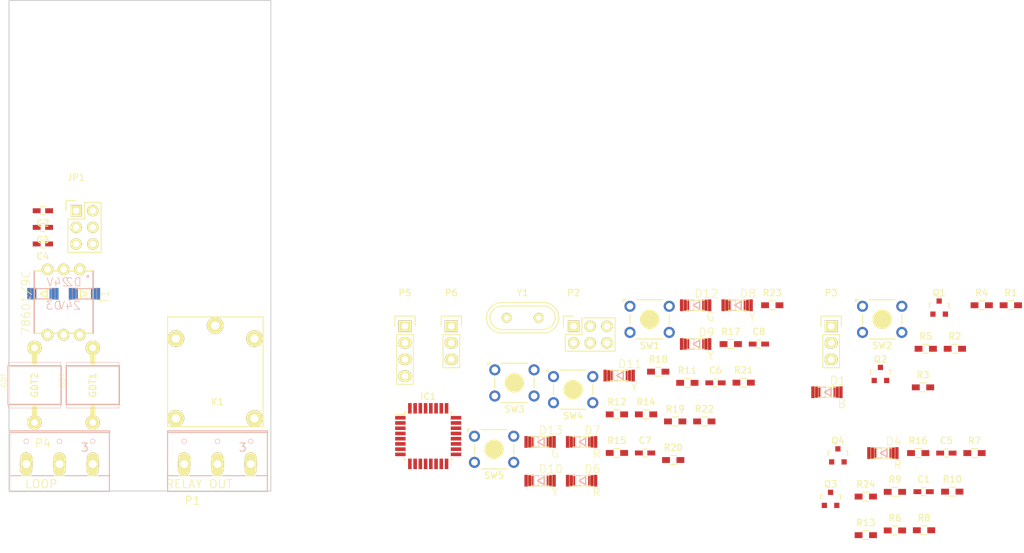
<source format=kicad_pcb>
(kicad_pcb (version 4) (host pcbnew 4.0.2+e4-6225~38~ubuntu16.04.1-stable)

  (general
    (links 137)
    (no_connects 137)
    (area 164.924999 29.924999 205.075001 100.075001)
    (thickness 1.6)
    (drawings 4)
    (tracks 0)
    (zones 0)
    (modules 66)
    (nets 61)
  )

  (page A4)
  (layers
    (0 F.Cu signal)
    (31 B.Cu signal)
    (32 B.Adhes user)
    (33 F.Adhes user)
    (34 B.Paste user)
    (35 F.Paste user)
    (36 B.SilkS user)
    (37 F.SilkS user)
    (38 B.Mask user)
    (39 F.Mask user)
    (40 Dwgs.User user)
    (41 Cmts.User user)
    (42 Eco1.User user)
    (43 Eco2.User user)
    (44 Edge.Cuts user)
    (45 Margin user)
    (46 B.CrtYd user)
    (47 F.CrtYd user)
    (48 B.Fab user)
    (49 F.Fab user)
  )

  (setup
    (last_trace_width 0.25)
    (trace_clearance 0.2)
    (zone_clearance 0.508)
    (zone_45_only no)
    (trace_min 0.2)
    (segment_width 0.2)
    (edge_width 0.15)
    (via_size 0.6)
    (via_drill 0.4)
    (via_min_size 0.4)
    (via_min_drill 0.3)
    (uvia_size 0.3)
    (uvia_drill 0.1)
    (uvias_allowed no)
    (uvia_min_size 0.2)
    (uvia_min_drill 0.1)
    (pcb_text_width 0.3)
    (pcb_text_size 1.5 1.5)
    (mod_edge_width 0.15)
    (mod_text_size 1 1)
    (mod_text_width 0.15)
    (pad_size 1.524 1.524)
    (pad_drill 0.762)
    (pad_to_mask_clearance 0.2)
    (aux_axis_origin 0 0)
    (visible_elements FFFFFF7F)
    (pcbplotparams
      (layerselection 0x00030_80000001)
      (usegerberextensions false)
      (excludeedgelayer true)
      (linewidth 0.100000)
      (plotframeref false)
      (viasonmask false)
      (mode 1)
      (useauxorigin false)
      (hpglpennumber 1)
      (hpglpenspeed 20)
      (hpglpendiameter 15)
      (hpglpenoverlay 2)
      (psnegative false)
      (psa4output false)
      (plotreference true)
      (plotvalue true)
      (plotinvisibletext false)
      (padsonsilk false)
      (subtractmaskfromsilk false)
      (outputformat 1)
      (mirror false)
      (drillshape 1)
      (scaleselection 1)
      (outputdirectory ""))
  )

  (net 0 "")
  (net 1 "Net-(C1-Pad1)")
  (net 2 GND)
  (net 3 "Net-(C2-Pad1)")
  (net 4 "Net-(C3-Pad1)")
  (net 5 "Net-(C4-Pad1)")
  (net 6 +5V)
  (net 7 "Net-(C7-Pad1)")
  (net 8 "Net-(C8-Pad1)")
  (net 9 "Net-(D1-Pad1)")
  (net 10 "Net-(D1-Pad2)")
  (net 11 "Net-(D2-Pad1)")
  (net 12 "Net-(D3-Pad2)")
  (net 13 "Net-(D4-Pad1)")
  (net 14 "Net-(D6-Pad2)")
  (net 15 "Net-(D7-Pad2)")
  (net 16 "Net-(D8-Pad2)")
  (net 17 "Net-(D9-Pad2)")
  (net 18 "Net-(D10-Pad2)")
  (net 19 "Net-(D11-Pad2)")
  (net 20 "Net-(D12-Pad2)")
  (net 21 "Net-(D13-Pad2)")
  (net 22 "Net-(GDT1-Pad1)")
  (net 23 "Net-(GDT1-Pad2)")
  (net 24 Earth)
  (net 25 "Net-(IC1-Pad1)")
  (net 26 /coplpitts/osc)
  (net 27 "Net-(IC1-Pad9)")
  (net 28 "Net-(IC1-Pad10)")
  (net 29 "Net-(IC1-Pad11)")
  (net 30 /output/active)
  (net 31 "Net-(IC1-Pad13)")
  (net 32 "Net-(IC1-Pad14)")
  (net 33 "Net-(IC1-Pad15)")
  (net 34 "Net-(IC1-Pad16)")
  (net 35 "Net-(IC1-Pad17)")
  (net 36 "Net-(IC1-Pad19)")
  (net 37 "Net-(IC1-Pad20)")
  (net 38 "Net-(IC1-Pad22)")
  (net 39 "Net-(IC1-Pad23)")
  (net 40 "Net-(IC1-Pad24)")
  (net 41 "Net-(IC1-Pad25)")
  (net 42 "Net-(IC1-Pad26)")
  (net 43 "Net-(IC1-Pad27)")
  (net 44 "Net-(IC1-Pad28)")
  (net 45 "Net-(IC1-Pad29)")
  (net 46 "Net-(IC1-Pad30)")
  (net 47 "Net-(IC1-Pad31)")
  (net 48 "Net-(IC1-Pad32)")
  (net 49 "Net-(K1-Pad3)")
  (net 50 "Net-(K1-Pad4)")
  (net 51 "Net-(K1-Pad2)")
  (net 52 "Net-(K1-Pad5)")
  (net 53 "Net-(Q1-Pad1)")
  (net 54 "Net-(Q2-Pad1)")
  (net 55 "Net-(Q3-Pad1)")
  (net 56 "Net-(Q4-Pad1)")
  (net 57 "Net-(Q4-Pad3)")
  (net 58 "Net-(R1-Pad1)")
  (net 59 "Net-(T1-Pad2)")
  (net 60 "Net-(T1-Pad5)")

  (net_class Default "This is the default net class."
    (clearance 0.2)
    (trace_width 0.25)
    (via_dia 0.6)
    (via_drill 0.4)
    (uvia_dia 0.3)
    (uvia_drill 0.1)
    (add_net +5V)
    (add_net /coplpitts/osc)
    (add_net /output/active)
    (add_net Earth)
    (add_net GND)
    (add_net "Net-(C1-Pad1)")
    (add_net "Net-(C2-Pad1)")
    (add_net "Net-(C3-Pad1)")
    (add_net "Net-(C4-Pad1)")
    (add_net "Net-(C7-Pad1)")
    (add_net "Net-(C8-Pad1)")
    (add_net "Net-(D1-Pad1)")
    (add_net "Net-(D1-Pad2)")
    (add_net "Net-(D10-Pad2)")
    (add_net "Net-(D11-Pad2)")
    (add_net "Net-(D12-Pad2)")
    (add_net "Net-(D13-Pad2)")
    (add_net "Net-(D2-Pad1)")
    (add_net "Net-(D3-Pad2)")
    (add_net "Net-(D4-Pad1)")
    (add_net "Net-(D6-Pad2)")
    (add_net "Net-(D7-Pad2)")
    (add_net "Net-(D8-Pad2)")
    (add_net "Net-(D9-Pad2)")
    (add_net "Net-(GDT1-Pad1)")
    (add_net "Net-(GDT1-Pad2)")
    (add_net "Net-(IC1-Pad1)")
    (add_net "Net-(IC1-Pad10)")
    (add_net "Net-(IC1-Pad11)")
    (add_net "Net-(IC1-Pad13)")
    (add_net "Net-(IC1-Pad14)")
    (add_net "Net-(IC1-Pad15)")
    (add_net "Net-(IC1-Pad16)")
    (add_net "Net-(IC1-Pad17)")
    (add_net "Net-(IC1-Pad19)")
    (add_net "Net-(IC1-Pad20)")
    (add_net "Net-(IC1-Pad22)")
    (add_net "Net-(IC1-Pad23)")
    (add_net "Net-(IC1-Pad24)")
    (add_net "Net-(IC1-Pad25)")
    (add_net "Net-(IC1-Pad26)")
    (add_net "Net-(IC1-Pad27)")
    (add_net "Net-(IC1-Pad28)")
    (add_net "Net-(IC1-Pad29)")
    (add_net "Net-(IC1-Pad30)")
    (add_net "Net-(IC1-Pad31)")
    (add_net "Net-(IC1-Pad32)")
    (add_net "Net-(IC1-Pad9)")
    (add_net "Net-(K1-Pad2)")
    (add_net "Net-(K1-Pad3)")
    (add_net "Net-(K1-Pad4)")
    (add_net "Net-(K1-Pad5)")
    (add_net "Net-(Q1-Pad1)")
    (add_net "Net-(Q2-Pad1)")
    (add_net "Net-(Q3-Pad1)")
    (add_net "Net-(Q4-Pad1)")
    (add_net "Net-(Q4-Pad3)")
    (add_net "Net-(R1-Pad1)")
    (add_net "Net-(T1-Pad2)")
    (add_net "Net-(T1-Pad5)")
  )

  (module Capacitors_SMD:C_0603_HandSoldering (layer F.Cu) (tedit 541A9B4D) (tstamp 575FEF1E)
    (at 304.725952 100.105)
    (descr "Capacitor SMD 0603, hand soldering")
    (tags "capacitor 0603")
    (path /575EBC94/575EC526)
    (attr smd)
    (fp_text reference C1 (at 0 -1.9) (layer F.SilkS)
      (effects (font (size 1 1) (thickness 0.15)))
    )
    (fp_text value 100n (at 0 1.9) (layer F.Fab)
      (effects (font (size 1 1) (thickness 0.15)))
    )
    (fp_line (start -1.85 -0.75) (end 1.85 -0.75) (layer F.CrtYd) (width 0.05))
    (fp_line (start -1.85 0.75) (end 1.85 0.75) (layer F.CrtYd) (width 0.05))
    (fp_line (start -1.85 -0.75) (end -1.85 0.75) (layer F.CrtYd) (width 0.05))
    (fp_line (start 1.85 -0.75) (end 1.85 0.75) (layer F.CrtYd) (width 0.05))
    (fp_line (start -0.35 -0.6) (end 0.35 -0.6) (layer F.SilkS) (width 0.15))
    (fp_line (start 0.35 0.6) (end -0.35 0.6) (layer F.SilkS) (width 0.15))
    (pad 1 smd rect (at -0.95 0) (size 1.2 0.75) (layers F.Cu F.Paste F.Mask)
      (net 1 "Net-(C1-Pad1)"))
    (pad 2 smd rect (at 0.95 0) (size 1.2 0.75) (layers F.Cu F.Paste F.Mask)
      (net 2 GND))
    (model Capacitors_SMD.3dshapes/C_0603_HandSoldering.wrl
      (at (xyz 0 0 0))
      (scale (xyz 1 1 1))
      (rotate (xyz 0 0 0))
    )
  )

  (module Capacitors_SMD:C_0603_HandSoldering (layer F.Cu) (tedit 541A9B4D) (tstamp 575FEF24)
    (at 170.18 57.15 180)
    (descr "Capacitor SMD 0603, hand soldering")
    (tags "capacitor 0603")
    (path /575EBC94/575EC533)
    (attr smd)
    (fp_text reference C2 (at 0 -1.9 180) (layer F.SilkS)
      (effects (font (size 1 1) (thickness 0.15)))
    )
    (fp_text value 47n (at 0 1.9 180) (layer F.Fab)
      (effects (font (size 1 1) (thickness 0.15)))
    )
    (fp_line (start -1.85 -0.75) (end 1.85 -0.75) (layer F.CrtYd) (width 0.05))
    (fp_line (start -1.85 0.75) (end 1.85 0.75) (layer F.CrtYd) (width 0.05))
    (fp_line (start -1.85 -0.75) (end -1.85 0.75) (layer F.CrtYd) (width 0.05))
    (fp_line (start 1.85 -0.75) (end 1.85 0.75) (layer F.CrtYd) (width 0.05))
    (fp_line (start -0.35 -0.6) (end 0.35 -0.6) (layer F.SilkS) (width 0.15))
    (fp_line (start 0.35 0.6) (end -0.35 0.6) (layer F.SilkS) (width 0.15))
    (pad 1 smd rect (at -0.95 0 180) (size 1.2 0.75) (layers F.Cu F.Paste F.Mask)
      (net 3 "Net-(C2-Pad1)"))
    (pad 2 smd rect (at 0.95 0 180) (size 1.2 0.75) (layers F.Cu F.Paste F.Mask)
      (net 2 GND))
    (model Capacitors_SMD.3dshapes/C_0603_HandSoldering.wrl
      (at (xyz 0 0 0))
      (scale (xyz 1 1 1))
      (rotate (xyz 0 0 0))
    )
  )

  (module Capacitors_SMD:C_0603_HandSoldering (layer F.Cu) (tedit 541A9B4D) (tstamp 575FEF2A)
    (at 170.18 59.69 180)
    (descr "Capacitor SMD 0603, hand soldering")
    (tags "capacitor 0603")
    (path /575EBC94/575EC540)
    (attr smd)
    (fp_text reference C3 (at 0 -1.9 180) (layer F.SilkS)
      (effects (font (size 1 1) (thickness 0.15)))
    )
    (fp_text value 33n (at 0 1.9 180) (layer F.Fab)
      (effects (font (size 1 1) (thickness 0.15)))
    )
    (fp_line (start -1.85 -0.75) (end 1.85 -0.75) (layer F.CrtYd) (width 0.05))
    (fp_line (start -1.85 0.75) (end 1.85 0.75) (layer F.CrtYd) (width 0.05))
    (fp_line (start -1.85 -0.75) (end -1.85 0.75) (layer F.CrtYd) (width 0.05))
    (fp_line (start 1.85 -0.75) (end 1.85 0.75) (layer F.CrtYd) (width 0.05))
    (fp_line (start -0.35 -0.6) (end 0.35 -0.6) (layer F.SilkS) (width 0.15))
    (fp_line (start 0.35 0.6) (end -0.35 0.6) (layer F.SilkS) (width 0.15))
    (pad 1 smd rect (at -0.95 0 180) (size 1.2 0.75) (layers F.Cu F.Paste F.Mask)
      (net 4 "Net-(C3-Pad1)"))
    (pad 2 smd rect (at 0.95 0 180) (size 1.2 0.75) (layers F.Cu F.Paste F.Mask)
      (net 2 GND))
    (model Capacitors_SMD.3dshapes/C_0603_HandSoldering.wrl
      (at (xyz 0 0 0))
      (scale (xyz 1 1 1))
      (rotate (xyz 0 0 0))
    )
  )

  (module Capacitors_SMD:C_0603_HandSoldering (layer F.Cu) (tedit 541A9B4D) (tstamp 575FEF30)
    (at 170.18 62.23 180)
    (descr "Capacitor SMD 0603, hand soldering")
    (tags "capacitor 0603")
    (path /575EBC94/575EC54D)
    (attr smd)
    (fp_text reference C4 (at 0 -1.9 180) (layer F.SilkS)
      (effects (font (size 1 1) (thickness 0.15)))
    )
    (fp_text value 22n (at 0 1.9 180) (layer F.Fab)
      (effects (font (size 1 1) (thickness 0.15)))
    )
    (fp_line (start -1.85 -0.75) (end 1.85 -0.75) (layer F.CrtYd) (width 0.05))
    (fp_line (start -1.85 0.75) (end 1.85 0.75) (layer F.CrtYd) (width 0.05))
    (fp_line (start -1.85 -0.75) (end -1.85 0.75) (layer F.CrtYd) (width 0.05))
    (fp_line (start 1.85 -0.75) (end 1.85 0.75) (layer F.CrtYd) (width 0.05))
    (fp_line (start -0.35 -0.6) (end 0.35 -0.6) (layer F.SilkS) (width 0.15))
    (fp_line (start 0.35 0.6) (end -0.35 0.6) (layer F.SilkS) (width 0.15))
    (pad 1 smd rect (at -0.95 0 180) (size 1.2 0.75) (layers F.Cu F.Paste F.Mask)
      (net 5 "Net-(C4-Pad1)"))
    (pad 2 smd rect (at 0.95 0 180) (size 1.2 0.75) (layers F.Cu F.Paste F.Mask)
      (net 2 GND))
    (model Capacitors_SMD.3dshapes/C_0603_HandSoldering.wrl
      (at (xyz 0 0 0))
      (scale (xyz 1 1 1))
      (rotate (xyz 0 0 0))
    )
  )

  (module Capacitors_SMD:C_0603_HandSoldering (layer F.Cu) (tedit 541A9B4D) (tstamp 575FEF36)
    (at 308.205001 94.205)
    (descr "Capacitor SMD 0603, hand soldering")
    (tags "capacitor 0603")
    (path /575EBC94/575EC5C0)
    (attr smd)
    (fp_text reference C5 (at 0 -1.9) (layer F.SilkS)
      (effects (font (size 1 1) (thickness 0.15)))
    )
    (fp_text value 1u (at 0 1.9) (layer F.Fab)
      (effects (font (size 1 1) (thickness 0.15)))
    )
    (fp_line (start -1.85 -0.75) (end 1.85 -0.75) (layer F.CrtYd) (width 0.05))
    (fp_line (start -1.85 0.75) (end 1.85 0.75) (layer F.CrtYd) (width 0.05))
    (fp_line (start -1.85 -0.75) (end -1.85 0.75) (layer F.CrtYd) (width 0.05))
    (fp_line (start 1.85 -0.75) (end 1.85 0.75) (layer F.CrtYd) (width 0.05))
    (fp_line (start -0.35 -0.6) (end 0.35 -0.6) (layer F.SilkS) (width 0.15))
    (fp_line (start 0.35 0.6) (end -0.35 0.6) (layer F.SilkS) (width 0.15))
    (pad 1 smd rect (at -0.95 0) (size 1.2 0.75) (layers F.Cu F.Paste F.Mask)
      (net 6 +5V))
    (pad 2 smd rect (at 0.95 0) (size 1.2 0.75) (layers F.Cu F.Paste F.Mask)
      (net 2 GND))
    (model Capacitors_SMD.3dshapes/C_0603_HandSoldering.wrl
      (at (xyz 0 0 0))
      (scale (xyz 1 1 1))
      (rotate (xyz 0 0 0))
    )
  )

  (module Capacitors_SMD:C_0603_HandSoldering (layer F.Cu) (tedit 541A9B4D) (tstamp 575FEF3C)
    (at 272.935001 83.465)
    (descr "Capacitor SMD 0603, hand soldering")
    (tags "capacitor 0603")
    (path /575BB79A)
    (attr smd)
    (fp_text reference C6 (at 0 -1.9) (layer F.SilkS)
      (effects (font (size 1 1) (thickness 0.15)))
    )
    (fp_text value 1u (at 0 1.9) (layer F.Fab)
      (effects (font (size 1 1) (thickness 0.15)))
    )
    (fp_line (start -1.85 -0.75) (end 1.85 -0.75) (layer F.CrtYd) (width 0.05))
    (fp_line (start -1.85 0.75) (end 1.85 0.75) (layer F.CrtYd) (width 0.05))
    (fp_line (start -1.85 -0.75) (end -1.85 0.75) (layer F.CrtYd) (width 0.05))
    (fp_line (start 1.85 -0.75) (end 1.85 0.75) (layer F.CrtYd) (width 0.05))
    (fp_line (start -0.35 -0.6) (end 0.35 -0.6) (layer F.SilkS) (width 0.15))
    (fp_line (start 0.35 0.6) (end -0.35 0.6) (layer F.SilkS) (width 0.15))
    (pad 1 smd rect (at -0.95 0) (size 1.2 0.75) (layers F.Cu F.Paste F.Mask)
      (net 6 +5V))
    (pad 2 smd rect (at 0.95 0) (size 1.2 0.75) (layers F.Cu F.Paste F.Mask)
      (net 2 GND))
    (model Capacitors_SMD.3dshapes/C_0603_HandSoldering.wrl
      (at (xyz 0 0 0))
      (scale (xyz 1 1 1))
      (rotate (xyz 0 0 0))
    )
  )

  (module Capacitors_SMD:C_0603_HandSoldering (layer F.Cu) (tedit 541A9B4D) (tstamp 575FEF42)
    (at 262.175001 94.185)
    (descr "Capacitor SMD 0603, hand soldering")
    (tags "capacitor 0603")
    (path /575B9571)
    (attr smd)
    (fp_text reference C7 (at 0 -1.9) (layer F.SilkS)
      (effects (font (size 1 1) (thickness 0.15)))
    )
    (fp_text value 22p (at 0 1.9) (layer F.Fab)
      (effects (font (size 1 1) (thickness 0.15)))
    )
    (fp_line (start -1.85 -0.75) (end 1.85 -0.75) (layer F.CrtYd) (width 0.05))
    (fp_line (start -1.85 0.75) (end 1.85 0.75) (layer F.CrtYd) (width 0.05))
    (fp_line (start -1.85 -0.75) (end -1.85 0.75) (layer F.CrtYd) (width 0.05))
    (fp_line (start 1.85 -0.75) (end 1.85 0.75) (layer F.CrtYd) (width 0.05))
    (fp_line (start -0.35 -0.6) (end 0.35 -0.6) (layer F.SilkS) (width 0.15))
    (fp_line (start 0.35 0.6) (end -0.35 0.6) (layer F.SilkS) (width 0.15))
    (pad 1 smd rect (at -0.95 0) (size 1.2 0.75) (layers F.Cu F.Paste F.Mask)
      (net 7 "Net-(C7-Pad1)"))
    (pad 2 smd rect (at 0.95 0) (size 1.2 0.75) (layers F.Cu F.Paste F.Mask)
      (net 2 GND))
    (model Capacitors_SMD.3dshapes/C_0603_HandSoldering.wrl
      (at (xyz 0 0 0))
      (scale (xyz 1 1 1))
      (rotate (xyz 0 0 0))
    )
  )

  (module Capacitors_SMD:C_0603_HandSoldering (layer F.Cu) (tedit 541A9B4D) (tstamp 575FEF48)
    (at 279.565001 77.535)
    (descr "Capacitor SMD 0603, hand soldering")
    (tags "capacitor 0603")
    (path /575B95CA)
    (attr smd)
    (fp_text reference C8 (at 0 -1.9) (layer F.SilkS)
      (effects (font (size 1 1) (thickness 0.15)))
    )
    (fp_text value 22p (at 0 1.9) (layer F.Fab)
      (effects (font (size 1 1) (thickness 0.15)))
    )
    (fp_line (start -1.85 -0.75) (end 1.85 -0.75) (layer F.CrtYd) (width 0.05))
    (fp_line (start -1.85 0.75) (end 1.85 0.75) (layer F.CrtYd) (width 0.05))
    (fp_line (start -1.85 -0.75) (end -1.85 0.75) (layer F.CrtYd) (width 0.05))
    (fp_line (start 1.85 -0.75) (end 1.85 0.75) (layer F.CrtYd) (width 0.05))
    (fp_line (start -0.35 -0.6) (end 0.35 -0.6) (layer F.SilkS) (width 0.15))
    (fp_line (start 0.35 0.6) (end -0.35 0.6) (layer F.SilkS) (width 0.15))
    (pad 1 smd rect (at -0.95 0) (size 1.2 0.75) (layers F.Cu F.Paste F.Mask)
      (net 8 "Net-(C8-Pad1)"))
    (pad 2 smd rect (at 0.95 0) (size 1.2 0.75) (layers F.Cu F.Paste F.Mask)
      (net 2 GND))
    (model Capacitors_SMD.3dshapes/C_0603_HandSoldering.wrl
      (at (xyz 0 0 0))
      (scale (xyz 1 1 1))
      (rotate (xyz 0 0 0))
    )
  )

  (module gate433:SOD80C (layer F.Cu) (tedit 57569B16) (tstamp 575FEF4E)
    (at 289.95903 84.8994)
    (descr DIODE)
    (tags DIODE)
    (path /575F44D8/575F7819)
    (attr smd)
    (fp_text reference D1 (at 1.651 -1.778) (layer F.SilkS)
      (effects (font (size 1.27 1.27) (thickness 0.1016)))
    )
    (fp_text value B (at 2.286 1.778) (layer F.SilkS)
      (effects (font (size 1.27 1.27) (thickness 0.1016)))
    )
    (fp_line (start -1.8542 0.8636) (end -1.29286 0.8636) (layer F.SilkS) (width 0.06604))
    (fp_line (start -1.29286 0.8636) (end -1.29286 -0.8636) (layer F.SilkS) (width 0.06604))
    (fp_line (start -1.8542 -0.8636) (end -1.29286 -0.8636) (layer F.SilkS) (width 0.06604))
    (fp_line (start -1.8542 0.8636) (end -1.8542 -0.8636) (layer F.SilkS) (width 0.06604))
    (fp_line (start 1.29286 0.8636) (end 1.8542 0.8636) (layer F.SilkS) (width 0.06604))
    (fp_line (start 1.8542 0.8636) (end 1.8542 -0.8636) (layer F.SilkS) (width 0.06604))
    (fp_line (start 1.29286 -0.8636) (end 1.8542 -0.8636) (layer F.SilkS) (width 0.06604))
    (fp_line (start 1.29286 0.8636) (end 1.29286 -0.8636) (layer F.SilkS) (width 0.06604))
    (fp_line (start -0.8636 0.7874) (end -0.254 0.7874) (layer B.SilkS) (width 0.06604))
    (fp_line (start -0.254 0.7874) (end -0.254 -0.7874) (layer B.SilkS) (width 0.06604))
    (fp_line (start -0.8636 -0.7874) (end -0.254 -0.7874) (layer B.SilkS) (width 0.06604))
    (fp_line (start -0.8636 0.7874) (end -0.8636 -0.7874) (layer B.SilkS) (width 0.06604))
    (fp_line (start 1.3208 -0.7874) (end -1.3208 -0.7874) (layer F.SilkS) (width 0.1524))
    (fp_line (start 1.3208 0.7874) (end -1.3208 0.7874) (layer F.SilkS) (width 0.1524))
    (fp_line (start 0.62484 -0.59944) (end -0.37084 0) (layer B.SilkS) (width 0.2032))
    (fp_line (start -0.37084 0) (end 0.62484 0.59944) (layer B.SilkS) (width 0.2032))
    (fp_line (start 0.62484 0.59944) (end 0.62484 -0.59944) (layer B.SilkS) (width 0.2032))
    (pad 1 smd rect (at 1.69926 0) (size 1.39954 1.79832) (layers F.Cu F.Paste F.Mask)
      (net 9 "Net-(D1-Pad1)"))
    (pad 2 smd rect (at -1.69926 0) (size 1.39954 1.79832) (layers F.Cu F.Paste F.Mask)
      (net 10 "Net-(D1-Pad2)"))
  )

  (module gate433:SOD80C (layer B.Cu) (tedit 57569B16) (tstamp 575FEF54)
    (at 176.53 69.85 180)
    (descr DIODE)
    (tags DIODE)
    (path /575EBC94/575EC576)
    (attr smd)
    (fp_text reference D2 (at 1.651 1.778 180) (layer B.SilkS)
      (effects (font (size 1.27 1.27) (thickness 0.1016)) (justify mirror))
    )
    (fp_text value 24V (at 2.286 -1.778 180) (layer B.SilkS)
      (effects (font (size 1.27 1.27) (thickness 0.1016)) (justify mirror))
    )
    (fp_line (start -1.8542 -0.8636) (end -1.29286 -0.8636) (layer B.SilkS) (width 0.06604))
    (fp_line (start -1.29286 -0.8636) (end -1.29286 0.8636) (layer B.SilkS) (width 0.06604))
    (fp_line (start -1.8542 0.8636) (end -1.29286 0.8636) (layer B.SilkS) (width 0.06604))
    (fp_line (start -1.8542 -0.8636) (end -1.8542 0.8636) (layer B.SilkS) (width 0.06604))
    (fp_line (start 1.29286 -0.8636) (end 1.8542 -0.8636) (layer B.SilkS) (width 0.06604))
    (fp_line (start 1.8542 -0.8636) (end 1.8542 0.8636) (layer B.SilkS) (width 0.06604))
    (fp_line (start 1.29286 0.8636) (end 1.8542 0.8636) (layer B.SilkS) (width 0.06604))
    (fp_line (start 1.29286 -0.8636) (end 1.29286 0.8636) (layer B.SilkS) (width 0.06604))
    (fp_line (start -0.8636 -0.7874) (end -0.254 -0.7874) (layer F.SilkS) (width 0.06604))
    (fp_line (start -0.254 -0.7874) (end -0.254 0.7874) (layer F.SilkS) (width 0.06604))
    (fp_line (start -0.8636 0.7874) (end -0.254 0.7874) (layer F.SilkS) (width 0.06604))
    (fp_line (start -0.8636 -0.7874) (end -0.8636 0.7874) (layer F.SilkS) (width 0.06604))
    (fp_line (start 1.3208 0.7874) (end -1.3208 0.7874) (layer B.SilkS) (width 0.1524))
    (fp_line (start 1.3208 -0.7874) (end -1.3208 -0.7874) (layer B.SilkS) (width 0.1524))
    (fp_line (start 0.62484 0.59944) (end -0.37084 0) (layer F.SilkS) (width 0.2032))
    (fp_line (start -0.37084 0) (end 0.62484 -0.59944) (layer F.SilkS) (width 0.2032))
    (fp_line (start 0.62484 -0.59944) (end 0.62484 0.59944) (layer F.SilkS) (width 0.2032))
    (pad 1 smd rect (at 1.69926 0 180) (size 1.39954 1.79832) (layers B.Cu B.Paste B.Mask)
      (net 11 "Net-(D2-Pad1)"))
    (pad 2 smd rect (at -1.69926 0 180) (size 1.39954 1.79832) (layers B.Cu B.Paste B.Mask)
      (net 1 "Net-(C1-Pad1)"))
  )

  (module gate433:SOD80C (layer B.Cu) (tedit 57569B16) (tstamp 575FEF5A)
    (at 170.18 69.85)
    (descr DIODE)
    (tags DIODE)
    (path /575EBC94/575EC56F)
    (attr smd)
    (fp_text reference D3 (at 1.651 1.778) (layer B.SilkS)
      (effects (font (size 1.27 1.27) (thickness 0.1016)) (justify mirror))
    )
    (fp_text value 24V (at 2.286 -1.778) (layer B.SilkS)
      (effects (font (size 1.27 1.27) (thickness 0.1016)) (justify mirror))
    )
    (fp_line (start -1.8542 -0.8636) (end -1.29286 -0.8636) (layer B.SilkS) (width 0.06604))
    (fp_line (start -1.29286 -0.8636) (end -1.29286 0.8636) (layer B.SilkS) (width 0.06604))
    (fp_line (start -1.8542 0.8636) (end -1.29286 0.8636) (layer B.SilkS) (width 0.06604))
    (fp_line (start -1.8542 -0.8636) (end -1.8542 0.8636) (layer B.SilkS) (width 0.06604))
    (fp_line (start 1.29286 -0.8636) (end 1.8542 -0.8636) (layer B.SilkS) (width 0.06604))
    (fp_line (start 1.8542 -0.8636) (end 1.8542 0.8636) (layer B.SilkS) (width 0.06604))
    (fp_line (start 1.29286 0.8636) (end 1.8542 0.8636) (layer B.SilkS) (width 0.06604))
    (fp_line (start 1.29286 -0.8636) (end 1.29286 0.8636) (layer B.SilkS) (width 0.06604))
    (fp_line (start -0.8636 -0.7874) (end -0.254 -0.7874) (layer F.SilkS) (width 0.06604))
    (fp_line (start -0.254 -0.7874) (end -0.254 0.7874) (layer F.SilkS) (width 0.06604))
    (fp_line (start -0.8636 0.7874) (end -0.254 0.7874) (layer F.SilkS) (width 0.06604))
    (fp_line (start -0.8636 -0.7874) (end -0.8636 0.7874) (layer F.SilkS) (width 0.06604))
    (fp_line (start 1.3208 0.7874) (end -1.3208 0.7874) (layer B.SilkS) (width 0.1524))
    (fp_line (start 1.3208 -0.7874) (end -1.3208 -0.7874) (layer B.SilkS) (width 0.1524))
    (fp_line (start 0.62484 0.59944) (end -0.37084 0) (layer F.SilkS) (width 0.2032))
    (fp_line (start -0.37084 0) (end 0.62484 -0.59944) (layer F.SilkS) (width 0.2032))
    (fp_line (start 0.62484 -0.59944) (end 0.62484 0.59944) (layer F.SilkS) (width 0.2032))
    (pad 1 smd rect (at 1.69926 0) (size 1.39954 1.79832) (layers B.Cu B.Paste B.Mask)
      (net 11 "Net-(D2-Pad1)"))
    (pad 2 smd rect (at -1.69926 0) (size 1.39954 1.79832) (layers B.Cu B.Paste B.Mask)
      (net 12 "Net-(D3-Pad2)"))
  )

  (module gate433:SOD80C (layer F.Cu) (tedit 57569B16) (tstamp 575FEF60)
    (at 298.50903 94.1994)
    (descr DIODE)
    (tags DIODE)
    (path /575EBC94/575EC61D)
    (attr smd)
    (fp_text reference D4 (at 1.651 -1.778) (layer F.SilkS)
      (effects (font (size 1.27 1.27) (thickness 0.1016)))
    )
    (fp_text value R (at 2.286 1.778) (layer F.SilkS)
      (effects (font (size 1.27 1.27) (thickness 0.1016)))
    )
    (fp_line (start -1.8542 0.8636) (end -1.29286 0.8636) (layer F.SilkS) (width 0.06604))
    (fp_line (start -1.29286 0.8636) (end -1.29286 -0.8636) (layer F.SilkS) (width 0.06604))
    (fp_line (start -1.8542 -0.8636) (end -1.29286 -0.8636) (layer F.SilkS) (width 0.06604))
    (fp_line (start -1.8542 0.8636) (end -1.8542 -0.8636) (layer F.SilkS) (width 0.06604))
    (fp_line (start 1.29286 0.8636) (end 1.8542 0.8636) (layer F.SilkS) (width 0.06604))
    (fp_line (start 1.8542 0.8636) (end 1.8542 -0.8636) (layer F.SilkS) (width 0.06604))
    (fp_line (start 1.29286 -0.8636) (end 1.8542 -0.8636) (layer F.SilkS) (width 0.06604))
    (fp_line (start 1.29286 0.8636) (end 1.29286 -0.8636) (layer F.SilkS) (width 0.06604))
    (fp_line (start -0.8636 0.7874) (end -0.254 0.7874) (layer B.SilkS) (width 0.06604))
    (fp_line (start -0.254 0.7874) (end -0.254 -0.7874) (layer B.SilkS) (width 0.06604))
    (fp_line (start -0.8636 -0.7874) (end -0.254 -0.7874) (layer B.SilkS) (width 0.06604))
    (fp_line (start -0.8636 0.7874) (end -0.8636 -0.7874) (layer B.SilkS) (width 0.06604))
    (fp_line (start 1.3208 -0.7874) (end -1.3208 -0.7874) (layer F.SilkS) (width 0.1524))
    (fp_line (start 1.3208 0.7874) (end -1.3208 0.7874) (layer F.SilkS) (width 0.1524))
    (fp_line (start 0.62484 -0.59944) (end -0.37084 0) (layer B.SilkS) (width 0.2032))
    (fp_line (start -0.37084 0) (end 0.62484 0.59944) (layer B.SilkS) (width 0.2032))
    (fp_line (start 0.62484 0.59944) (end 0.62484 -0.59944) (layer B.SilkS) (width 0.2032))
    (pad 1 smd rect (at 1.69926 0) (size 1.39954 1.79832) (layers F.Cu F.Paste F.Mask)
      (net 13 "Net-(D4-Pad1)"))
    (pad 2 smd rect (at -1.69926 0) (size 1.39954 1.79832) (layers F.Cu F.Paste F.Mask)
      (net 6 +5V))
  )

  (module gate433:SOD80C (layer F.Cu) (tedit 57569B16) (tstamp 575FEF66)
    (at 252.47903 98.4294)
    (descr DIODE)
    (tags DIODE)
    (path /575BAA22)
    (attr smd)
    (fp_text reference D6 (at 1.651 -1.778) (layer F.SilkS)
      (effects (font (size 1.27 1.27) (thickness 0.1016)))
    )
    (fp_text value R (at 2.286 1.778) (layer F.SilkS)
      (effects (font (size 1.27 1.27) (thickness 0.1016)))
    )
    (fp_line (start -1.8542 0.8636) (end -1.29286 0.8636) (layer F.SilkS) (width 0.06604))
    (fp_line (start -1.29286 0.8636) (end -1.29286 -0.8636) (layer F.SilkS) (width 0.06604))
    (fp_line (start -1.8542 -0.8636) (end -1.29286 -0.8636) (layer F.SilkS) (width 0.06604))
    (fp_line (start -1.8542 0.8636) (end -1.8542 -0.8636) (layer F.SilkS) (width 0.06604))
    (fp_line (start 1.29286 0.8636) (end 1.8542 0.8636) (layer F.SilkS) (width 0.06604))
    (fp_line (start 1.8542 0.8636) (end 1.8542 -0.8636) (layer F.SilkS) (width 0.06604))
    (fp_line (start 1.29286 -0.8636) (end 1.8542 -0.8636) (layer F.SilkS) (width 0.06604))
    (fp_line (start 1.29286 0.8636) (end 1.29286 -0.8636) (layer F.SilkS) (width 0.06604))
    (fp_line (start -0.8636 0.7874) (end -0.254 0.7874) (layer B.SilkS) (width 0.06604))
    (fp_line (start -0.254 0.7874) (end -0.254 -0.7874) (layer B.SilkS) (width 0.06604))
    (fp_line (start -0.8636 -0.7874) (end -0.254 -0.7874) (layer B.SilkS) (width 0.06604))
    (fp_line (start -0.8636 0.7874) (end -0.8636 -0.7874) (layer B.SilkS) (width 0.06604))
    (fp_line (start 1.3208 -0.7874) (end -1.3208 -0.7874) (layer F.SilkS) (width 0.1524))
    (fp_line (start 1.3208 0.7874) (end -1.3208 0.7874) (layer F.SilkS) (width 0.1524))
    (fp_line (start 0.62484 -0.59944) (end -0.37084 0) (layer B.SilkS) (width 0.2032))
    (fp_line (start -0.37084 0) (end 0.62484 0.59944) (layer B.SilkS) (width 0.2032))
    (fp_line (start 0.62484 0.59944) (end 0.62484 -0.59944) (layer B.SilkS) (width 0.2032))
    (pad 1 smd rect (at 1.69926 0) (size 1.39954 1.79832) (layers F.Cu F.Paste F.Mask)
      (net 2 GND))
    (pad 2 smd rect (at -1.69926 0) (size 1.39954 1.79832) (layers F.Cu F.Paste F.Mask)
      (net 14 "Net-(D6-Pad2)"))
  )

  (module gate433:SOD80C (layer F.Cu) (tedit 57569B16) (tstamp 575FEF6C)
    (at 252.47903 92.4994)
    (descr DIODE)
    (tags DIODE)
    (path /575BA9B9)
    (attr smd)
    (fp_text reference D7 (at 1.651 -1.778) (layer F.SilkS)
      (effects (font (size 1.27 1.27) (thickness 0.1016)))
    )
    (fp_text value R (at 2.286 1.778) (layer F.SilkS)
      (effects (font (size 1.27 1.27) (thickness 0.1016)))
    )
    (fp_line (start -1.8542 0.8636) (end -1.29286 0.8636) (layer F.SilkS) (width 0.06604))
    (fp_line (start -1.29286 0.8636) (end -1.29286 -0.8636) (layer F.SilkS) (width 0.06604))
    (fp_line (start -1.8542 -0.8636) (end -1.29286 -0.8636) (layer F.SilkS) (width 0.06604))
    (fp_line (start -1.8542 0.8636) (end -1.8542 -0.8636) (layer F.SilkS) (width 0.06604))
    (fp_line (start 1.29286 0.8636) (end 1.8542 0.8636) (layer F.SilkS) (width 0.06604))
    (fp_line (start 1.8542 0.8636) (end 1.8542 -0.8636) (layer F.SilkS) (width 0.06604))
    (fp_line (start 1.29286 -0.8636) (end 1.8542 -0.8636) (layer F.SilkS) (width 0.06604))
    (fp_line (start 1.29286 0.8636) (end 1.29286 -0.8636) (layer F.SilkS) (width 0.06604))
    (fp_line (start -0.8636 0.7874) (end -0.254 0.7874) (layer B.SilkS) (width 0.06604))
    (fp_line (start -0.254 0.7874) (end -0.254 -0.7874) (layer B.SilkS) (width 0.06604))
    (fp_line (start -0.8636 -0.7874) (end -0.254 -0.7874) (layer B.SilkS) (width 0.06604))
    (fp_line (start -0.8636 0.7874) (end -0.8636 -0.7874) (layer B.SilkS) (width 0.06604))
    (fp_line (start 1.3208 -0.7874) (end -1.3208 -0.7874) (layer F.SilkS) (width 0.1524))
    (fp_line (start 1.3208 0.7874) (end -1.3208 0.7874) (layer F.SilkS) (width 0.1524))
    (fp_line (start 0.62484 -0.59944) (end -0.37084 0) (layer B.SilkS) (width 0.2032))
    (fp_line (start -0.37084 0) (end 0.62484 0.59944) (layer B.SilkS) (width 0.2032))
    (fp_line (start 0.62484 0.59944) (end 0.62484 -0.59944) (layer B.SilkS) (width 0.2032))
    (pad 1 smd rect (at 1.69926 0) (size 1.39954 1.79832) (layers F.Cu F.Paste F.Mask)
      (net 2 GND))
    (pad 2 smd rect (at -1.69926 0) (size 1.39954 1.79832) (layers F.Cu F.Paste F.Mask)
      (net 15 "Net-(D7-Pad2)"))
  )

  (module gate433:SOD80C (layer F.Cu) (tedit 57569B16) (tstamp 575FEF72)
    (at 276.23903 71.5994)
    (descr DIODE)
    (tags DIODE)
    (path /575BA965)
    (attr smd)
    (fp_text reference D8 (at 1.651 -1.778) (layer F.SilkS)
      (effects (font (size 1.27 1.27) (thickness 0.1016)))
    )
    (fp_text value Y (at 2.286 1.778) (layer F.SilkS)
      (effects (font (size 1.27 1.27) (thickness 0.1016)))
    )
    (fp_line (start -1.8542 0.8636) (end -1.29286 0.8636) (layer F.SilkS) (width 0.06604))
    (fp_line (start -1.29286 0.8636) (end -1.29286 -0.8636) (layer F.SilkS) (width 0.06604))
    (fp_line (start -1.8542 -0.8636) (end -1.29286 -0.8636) (layer F.SilkS) (width 0.06604))
    (fp_line (start -1.8542 0.8636) (end -1.8542 -0.8636) (layer F.SilkS) (width 0.06604))
    (fp_line (start 1.29286 0.8636) (end 1.8542 0.8636) (layer F.SilkS) (width 0.06604))
    (fp_line (start 1.8542 0.8636) (end 1.8542 -0.8636) (layer F.SilkS) (width 0.06604))
    (fp_line (start 1.29286 -0.8636) (end 1.8542 -0.8636) (layer F.SilkS) (width 0.06604))
    (fp_line (start 1.29286 0.8636) (end 1.29286 -0.8636) (layer F.SilkS) (width 0.06604))
    (fp_line (start -0.8636 0.7874) (end -0.254 0.7874) (layer B.SilkS) (width 0.06604))
    (fp_line (start -0.254 0.7874) (end -0.254 -0.7874) (layer B.SilkS) (width 0.06604))
    (fp_line (start -0.8636 -0.7874) (end -0.254 -0.7874) (layer B.SilkS) (width 0.06604))
    (fp_line (start -0.8636 0.7874) (end -0.8636 -0.7874) (layer B.SilkS) (width 0.06604))
    (fp_line (start 1.3208 -0.7874) (end -1.3208 -0.7874) (layer F.SilkS) (width 0.1524))
    (fp_line (start 1.3208 0.7874) (end -1.3208 0.7874) (layer F.SilkS) (width 0.1524))
    (fp_line (start 0.62484 -0.59944) (end -0.37084 0) (layer B.SilkS) (width 0.2032))
    (fp_line (start -0.37084 0) (end 0.62484 0.59944) (layer B.SilkS) (width 0.2032))
    (fp_line (start 0.62484 0.59944) (end 0.62484 -0.59944) (layer B.SilkS) (width 0.2032))
    (pad 1 smd rect (at 1.69926 0) (size 1.39954 1.79832) (layers F.Cu F.Paste F.Mask)
      (net 2 GND))
    (pad 2 smd rect (at -1.69926 0) (size 1.39954 1.79832) (layers F.Cu F.Paste F.Mask)
      (net 16 "Net-(D8-Pad2)"))
  )

  (module gate433:SOD80C (layer F.Cu) (tedit 57569B16) (tstamp 575FEF78)
    (at 269.89903 77.5294)
    (descr DIODE)
    (tags DIODE)
    (path /575BA922)
    (attr smd)
    (fp_text reference D9 (at 1.651 -1.778) (layer F.SilkS)
      (effects (font (size 1.27 1.27) (thickness 0.1016)))
    )
    (fp_text value Y (at 2.286 1.778) (layer F.SilkS)
      (effects (font (size 1.27 1.27) (thickness 0.1016)))
    )
    (fp_line (start -1.8542 0.8636) (end -1.29286 0.8636) (layer F.SilkS) (width 0.06604))
    (fp_line (start -1.29286 0.8636) (end -1.29286 -0.8636) (layer F.SilkS) (width 0.06604))
    (fp_line (start -1.8542 -0.8636) (end -1.29286 -0.8636) (layer F.SilkS) (width 0.06604))
    (fp_line (start -1.8542 0.8636) (end -1.8542 -0.8636) (layer F.SilkS) (width 0.06604))
    (fp_line (start 1.29286 0.8636) (end 1.8542 0.8636) (layer F.SilkS) (width 0.06604))
    (fp_line (start 1.8542 0.8636) (end 1.8542 -0.8636) (layer F.SilkS) (width 0.06604))
    (fp_line (start 1.29286 -0.8636) (end 1.8542 -0.8636) (layer F.SilkS) (width 0.06604))
    (fp_line (start 1.29286 0.8636) (end 1.29286 -0.8636) (layer F.SilkS) (width 0.06604))
    (fp_line (start -0.8636 0.7874) (end -0.254 0.7874) (layer B.SilkS) (width 0.06604))
    (fp_line (start -0.254 0.7874) (end -0.254 -0.7874) (layer B.SilkS) (width 0.06604))
    (fp_line (start -0.8636 -0.7874) (end -0.254 -0.7874) (layer B.SilkS) (width 0.06604))
    (fp_line (start -0.8636 0.7874) (end -0.8636 -0.7874) (layer B.SilkS) (width 0.06604))
    (fp_line (start 1.3208 -0.7874) (end -1.3208 -0.7874) (layer F.SilkS) (width 0.1524))
    (fp_line (start 1.3208 0.7874) (end -1.3208 0.7874) (layer F.SilkS) (width 0.1524))
    (fp_line (start 0.62484 -0.59944) (end -0.37084 0) (layer B.SilkS) (width 0.2032))
    (fp_line (start -0.37084 0) (end 0.62484 0.59944) (layer B.SilkS) (width 0.2032))
    (fp_line (start 0.62484 0.59944) (end 0.62484 -0.59944) (layer B.SilkS) (width 0.2032))
    (pad 1 smd rect (at 1.69926 0) (size 1.39954 1.79832) (layers F.Cu F.Paste F.Mask)
      (net 2 GND))
    (pad 2 smd rect (at -1.69926 0) (size 1.39954 1.79832) (layers F.Cu F.Paste F.Mask)
      (net 17 "Net-(D9-Pad2)"))
  )

  (module gate433:SOD80C (layer F.Cu) (tedit 57569B16) (tstamp 575FEF7E)
    (at 246.13903 98.4294)
    (descr DIODE)
    (tags DIODE)
    (path /575BA8D8)
    (attr smd)
    (fp_text reference D10 (at 1.651 -1.778) (layer F.SilkS)
      (effects (font (size 1.27 1.27) (thickness 0.1016)))
    )
    (fp_text value Y (at 2.286 1.778) (layer F.SilkS)
      (effects (font (size 1.27 1.27) (thickness 0.1016)))
    )
    (fp_line (start -1.8542 0.8636) (end -1.29286 0.8636) (layer F.SilkS) (width 0.06604))
    (fp_line (start -1.29286 0.8636) (end -1.29286 -0.8636) (layer F.SilkS) (width 0.06604))
    (fp_line (start -1.8542 -0.8636) (end -1.29286 -0.8636) (layer F.SilkS) (width 0.06604))
    (fp_line (start -1.8542 0.8636) (end -1.8542 -0.8636) (layer F.SilkS) (width 0.06604))
    (fp_line (start 1.29286 0.8636) (end 1.8542 0.8636) (layer F.SilkS) (width 0.06604))
    (fp_line (start 1.8542 0.8636) (end 1.8542 -0.8636) (layer F.SilkS) (width 0.06604))
    (fp_line (start 1.29286 -0.8636) (end 1.8542 -0.8636) (layer F.SilkS) (width 0.06604))
    (fp_line (start 1.29286 0.8636) (end 1.29286 -0.8636) (layer F.SilkS) (width 0.06604))
    (fp_line (start -0.8636 0.7874) (end -0.254 0.7874) (layer B.SilkS) (width 0.06604))
    (fp_line (start -0.254 0.7874) (end -0.254 -0.7874) (layer B.SilkS) (width 0.06604))
    (fp_line (start -0.8636 -0.7874) (end -0.254 -0.7874) (layer B.SilkS) (width 0.06604))
    (fp_line (start -0.8636 0.7874) (end -0.8636 -0.7874) (layer B.SilkS) (width 0.06604))
    (fp_line (start 1.3208 -0.7874) (end -1.3208 -0.7874) (layer F.SilkS) (width 0.1524))
    (fp_line (start 1.3208 0.7874) (end -1.3208 0.7874) (layer F.SilkS) (width 0.1524))
    (fp_line (start 0.62484 -0.59944) (end -0.37084 0) (layer B.SilkS) (width 0.2032))
    (fp_line (start -0.37084 0) (end 0.62484 0.59944) (layer B.SilkS) (width 0.2032))
    (fp_line (start 0.62484 0.59944) (end 0.62484 -0.59944) (layer B.SilkS) (width 0.2032))
    (pad 1 smd rect (at 1.69926 0) (size 1.39954 1.79832) (layers F.Cu F.Paste F.Mask)
      (net 2 GND))
    (pad 2 smd rect (at -1.69926 0) (size 1.39954 1.79832) (layers F.Cu F.Paste F.Mask)
      (net 18 "Net-(D10-Pad2)"))
  )

  (module gate433:SOD80C (layer F.Cu) (tedit 57569B16) (tstamp 575FEF84)
    (at 258.21903 82.3494)
    (descr DIODE)
    (tags DIODE)
    (path /575BA893)
    (attr smd)
    (fp_text reference D11 (at 1.651 -1.778) (layer F.SilkS)
      (effects (font (size 1.27 1.27) (thickness 0.1016)))
    )
    (fp_text value Y (at 2.286 1.778) (layer F.SilkS)
      (effects (font (size 1.27 1.27) (thickness 0.1016)))
    )
    (fp_line (start -1.8542 0.8636) (end -1.29286 0.8636) (layer F.SilkS) (width 0.06604))
    (fp_line (start -1.29286 0.8636) (end -1.29286 -0.8636) (layer F.SilkS) (width 0.06604))
    (fp_line (start -1.8542 -0.8636) (end -1.29286 -0.8636) (layer F.SilkS) (width 0.06604))
    (fp_line (start -1.8542 0.8636) (end -1.8542 -0.8636) (layer F.SilkS) (width 0.06604))
    (fp_line (start 1.29286 0.8636) (end 1.8542 0.8636) (layer F.SilkS) (width 0.06604))
    (fp_line (start 1.8542 0.8636) (end 1.8542 -0.8636) (layer F.SilkS) (width 0.06604))
    (fp_line (start 1.29286 -0.8636) (end 1.8542 -0.8636) (layer F.SilkS) (width 0.06604))
    (fp_line (start 1.29286 0.8636) (end 1.29286 -0.8636) (layer F.SilkS) (width 0.06604))
    (fp_line (start -0.8636 0.7874) (end -0.254 0.7874) (layer B.SilkS) (width 0.06604))
    (fp_line (start -0.254 0.7874) (end -0.254 -0.7874) (layer B.SilkS) (width 0.06604))
    (fp_line (start -0.8636 -0.7874) (end -0.254 -0.7874) (layer B.SilkS) (width 0.06604))
    (fp_line (start -0.8636 0.7874) (end -0.8636 -0.7874) (layer B.SilkS) (width 0.06604))
    (fp_line (start 1.3208 -0.7874) (end -1.3208 -0.7874) (layer F.SilkS) (width 0.1524))
    (fp_line (start 1.3208 0.7874) (end -1.3208 0.7874) (layer F.SilkS) (width 0.1524))
    (fp_line (start 0.62484 -0.59944) (end -0.37084 0) (layer B.SilkS) (width 0.2032))
    (fp_line (start -0.37084 0) (end 0.62484 0.59944) (layer B.SilkS) (width 0.2032))
    (fp_line (start 0.62484 0.59944) (end 0.62484 -0.59944) (layer B.SilkS) (width 0.2032))
    (pad 1 smd rect (at 1.69926 0) (size 1.39954 1.79832) (layers F.Cu F.Paste F.Mask)
      (net 2 GND))
    (pad 2 smd rect (at -1.69926 0) (size 1.39954 1.79832) (layers F.Cu F.Paste F.Mask)
      (net 19 "Net-(D11-Pad2)"))
  )

  (module gate433:SOD80C (layer F.Cu) (tedit 57569B16) (tstamp 575FEF8A)
    (at 269.89903 71.5994)
    (descr DIODE)
    (tags DIODE)
    (path /575BA857)
    (attr smd)
    (fp_text reference D12 (at 1.651 -1.778) (layer F.SilkS)
      (effects (font (size 1.27 1.27) (thickness 0.1016)))
    )
    (fp_text value G (at 2.286 1.778) (layer F.SilkS)
      (effects (font (size 1.27 1.27) (thickness 0.1016)))
    )
    (fp_line (start -1.8542 0.8636) (end -1.29286 0.8636) (layer F.SilkS) (width 0.06604))
    (fp_line (start -1.29286 0.8636) (end -1.29286 -0.8636) (layer F.SilkS) (width 0.06604))
    (fp_line (start -1.8542 -0.8636) (end -1.29286 -0.8636) (layer F.SilkS) (width 0.06604))
    (fp_line (start -1.8542 0.8636) (end -1.8542 -0.8636) (layer F.SilkS) (width 0.06604))
    (fp_line (start 1.29286 0.8636) (end 1.8542 0.8636) (layer F.SilkS) (width 0.06604))
    (fp_line (start 1.8542 0.8636) (end 1.8542 -0.8636) (layer F.SilkS) (width 0.06604))
    (fp_line (start 1.29286 -0.8636) (end 1.8542 -0.8636) (layer F.SilkS) (width 0.06604))
    (fp_line (start 1.29286 0.8636) (end 1.29286 -0.8636) (layer F.SilkS) (width 0.06604))
    (fp_line (start -0.8636 0.7874) (end -0.254 0.7874) (layer B.SilkS) (width 0.06604))
    (fp_line (start -0.254 0.7874) (end -0.254 -0.7874) (layer B.SilkS) (width 0.06604))
    (fp_line (start -0.8636 -0.7874) (end -0.254 -0.7874) (layer B.SilkS) (width 0.06604))
    (fp_line (start -0.8636 0.7874) (end -0.8636 -0.7874) (layer B.SilkS) (width 0.06604))
    (fp_line (start 1.3208 -0.7874) (end -1.3208 -0.7874) (layer F.SilkS) (width 0.1524))
    (fp_line (start 1.3208 0.7874) (end -1.3208 0.7874) (layer F.SilkS) (width 0.1524))
    (fp_line (start 0.62484 -0.59944) (end -0.37084 0) (layer B.SilkS) (width 0.2032))
    (fp_line (start -0.37084 0) (end 0.62484 0.59944) (layer B.SilkS) (width 0.2032))
    (fp_line (start 0.62484 0.59944) (end 0.62484 -0.59944) (layer B.SilkS) (width 0.2032))
    (pad 1 smd rect (at 1.69926 0) (size 1.39954 1.79832) (layers F.Cu F.Paste F.Mask)
      (net 2 GND))
    (pad 2 smd rect (at -1.69926 0) (size 1.39954 1.79832) (layers F.Cu F.Paste F.Mask)
      (net 20 "Net-(D12-Pad2)"))
  )

  (module gate433:SOD80C (layer F.Cu) (tedit 57569B16) (tstamp 575FEF90)
    (at 246.13903 92.4994)
    (descr DIODE)
    (tags DIODE)
    (path /575B9D7B)
    (attr smd)
    (fp_text reference D13 (at 1.651 -1.778) (layer F.SilkS)
      (effects (font (size 1.27 1.27) (thickness 0.1016)))
    )
    (fp_text value G (at 2.286 1.778) (layer F.SilkS)
      (effects (font (size 1.27 1.27) (thickness 0.1016)))
    )
    (fp_line (start -1.8542 0.8636) (end -1.29286 0.8636) (layer F.SilkS) (width 0.06604))
    (fp_line (start -1.29286 0.8636) (end -1.29286 -0.8636) (layer F.SilkS) (width 0.06604))
    (fp_line (start -1.8542 -0.8636) (end -1.29286 -0.8636) (layer F.SilkS) (width 0.06604))
    (fp_line (start -1.8542 0.8636) (end -1.8542 -0.8636) (layer F.SilkS) (width 0.06604))
    (fp_line (start 1.29286 0.8636) (end 1.8542 0.8636) (layer F.SilkS) (width 0.06604))
    (fp_line (start 1.8542 0.8636) (end 1.8542 -0.8636) (layer F.SilkS) (width 0.06604))
    (fp_line (start 1.29286 -0.8636) (end 1.8542 -0.8636) (layer F.SilkS) (width 0.06604))
    (fp_line (start 1.29286 0.8636) (end 1.29286 -0.8636) (layer F.SilkS) (width 0.06604))
    (fp_line (start -0.8636 0.7874) (end -0.254 0.7874) (layer B.SilkS) (width 0.06604))
    (fp_line (start -0.254 0.7874) (end -0.254 -0.7874) (layer B.SilkS) (width 0.06604))
    (fp_line (start -0.8636 -0.7874) (end -0.254 -0.7874) (layer B.SilkS) (width 0.06604))
    (fp_line (start -0.8636 0.7874) (end -0.8636 -0.7874) (layer B.SilkS) (width 0.06604))
    (fp_line (start 1.3208 -0.7874) (end -1.3208 -0.7874) (layer F.SilkS) (width 0.1524))
    (fp_line (start 1.3208 0.7874) (end -1.3208 0.7874) (layer F.SilkS) (width 0.1524))
    (fp_line (start 0.62484 -0.59944) (end -0.37084 0) (layer B.SilkS) (width 0.2032))
    (fp_line (start -0.37084 0) (end 0.62484 0.59944) (layer B.SilkS) (width 0.2032))
    (fp_line (start 0.62484 0.59944) (end 0.62484 -0.59944) (layer B.SilkS) (width 0.2032))
    (pad 1 smd rect (at 1.69926 0) (size 1.39954 1.79832) (layers F.Cu F.Paste F.Mask)
      (net 2 GND))
    (pad 2 smd rect (at -1.69926 0) (size 1.39954 1.79832) (layers F.Cu F.Paste F.Mask)
      (net 21 "Net-(D13-Pad2)"))
  )

  (module gdt:CG5350L (layer F.Cu) (tedit 576417B2) (tstamp 575FEF96)
    (at 177.8 83.82 270)
    (descr "GDT SURGE ARRESTER")
    (tags "GDT SURGE ARRESTER")
    (path /575EBC94/575EC511)
    (attr virtual)
    (fp_text reference GDT1 (at 0 0 270) (layer F.SilkS)
      (effects (font (size 1.016 1.016) (thickness 0.1778)))
    )
    (fp_text value GDT (at -0.7366 4.6736 270) (layer F.SilkS)
      (effects (font (size 0.8128 0.8128) (thickness 0.0762)))
    )
    (fp_line (start -3.49758 3.99796) (end -2.99974 3.99796) (layer B.SilkS) (width 0.06604))
    (fp_line (start -2.99974 3.99796) (end -2.99974 -3.99796) (layer B.SilkS) (width 0.06604))
    (fp_line (start -3.49758 -3.99796) (end -2.99974 -3.99796) (layer B.SilkS) (width 0.06604))
    (fp_line (start -3.49758 3.99796) (end -3.49758 -3.99796) (layer B.SilkS) (width 0.06604))
    (fp_line (start 2.99974 3.99796) (end 3.49758 3.99796) (layer B.SilkS) (width 0.06604))
    (fp_line (start 3.49758 3.99796) (end 3.49758 -3.99796) (layer B.SilkS) (width 0.06604))
    (fp_line (start 2.99974 -3.99796) (end 3.49758 -3.99796) (layer B.SilkS) (width 0.06604))
    (fp_line (start 2.99974 3.99796) (end 2.99974 -3.99796) (layer B.SilkS) (width 0.06604))
    (fp_line (start -2.94894 -4.04876) (end 2.94894 -4.04876) (layer B.SilkS) (width 0.2032))
    (fp_line (start 2.94894 -4.04876) (end 2.94894 4.04876) (layer B.SilkS) (width 0.2032))
    (fp_line (start 2.94894 4.04876) (end -2.94894 4.04876) (layer B.SilkS) (width 0.2032))
    (fp_line (start -2.94894 4.04876) (end -2.94894 -4.04876) (layer B.SilkS) (width 0.2032))
    (fp_line (start -5.715 0) (end -3.4925 0) (layer F.SilkS) (width 0.8128))
    (fp_line (start 5.715 0) (end 3.4925 0) (layer F.SilkS) (width 0.8128))
    (pad 1 thru_hole circle (at -5.715 0 270) (size 2.18186 2.18186) (drill 1.016) (layers *.Cu F.Paste F.SilkS F.Mask)
      (net 22 "Net-(GDT1-Pad1)"))
    (pad 2 thru_hole circle (at 5.715 0 270) (size 2.18186 2.18186) (drill 1.016) (layers *.Cu F.Paste F.SilkS F.Mask)
      (net 23 "Net-(GDT1-Pad2)"))
  )

  (module gdt:CG5350L (layer F.Cu) (tedit 576417B7) (tstamp 575FEF9C)
    (at 168.91 83.82 270)
    (descr "GDT SURGE ARRESTER")
    (tags "GDT SURGE ARRESTER")
    (path /575EBC94/575EC518)
    (attr virtual)
    (fp_text reference GDT2 (at 0 0 270) (layer F.SilkS)
      (effects (font (size 1.016 1.016) (thickness 0.1778)))
    )
    (fp_text value GDT (at -0.7366 4.6736 270) (layer F.SilkS)
      (effects (font (size 0.8128 0.8128) (thickness 0.0762)))
    )
    (fp_line (start -3.49758 3.99796) (end -2.99974 3.99796) (layer B.SilkS) (width 0.06604))
    (fp_line (start -2.99974 3.99796) (end -2.99974 -3.99796) (layer B.SilkS) (width 0.06604))
    (fp_line (start -3.49758 -3.99796) (end -2.99974 -3.99796) (layer B.SilkS) (width 0.06604))
    (fp_line (start -3.49758 3.99796) (end -3.49758 -3.99796) (layer B.SilkS) (width 0.06604))
    (fp_line (start 2.99974 3.99796) (end 3.49758 3.99796) (layer B.SilkS) (width 0.06604))
    (fp_line (start 3.49758 3.99796) (end 3.49758 -3.99796) (layer B.SilkS) (width 0.06604))
    (fp_line (start 2.99974 -3.99796) (end 3.49758 -3.99796) (layer B.SilkS) (width 0.06604))
    (fp_line (start 2.99974 3.99796) (end 2.99974 -3.99796) (layer B.SilkS) (width 0.06604))
    (fp_line (start -2.94894 -4.04876) (end 2.94894 -4.04876) (layer B.SilkS) (width 0.2032))
    (fp_line (start 2.94894 -4.04876) (end 2.94894 4.04876) (layer B.SilkS) (width 0.2032))
    (fp_line (start 2.94894 4.04876) (end -2.94894 4.04876) (layer B.SilkS) (width 0.2032))
    (fp_line (start -2.94894 4.04876) (end -2.94894 -4.04876) (layer B.SilkS) (width 0.2032))
    (fp_line (start -5.715 0) (end -3.4925 0) (layer F.SilkS) (width 0.8128))
    (fp_line (start 5.715 0) (end 3.4925 0) (layer F.SilkS) (width 0.8128))
    (pad 1 thru_hole circle (at -5.715 0 270) (size 2.18186 2.18186) (drill 1.016) (layers *.Cu F.Paste F.SilkS F.Mask)
      (net 23 "Net-(GDT1-Pad2)"))
    (pad 2 thru_hole circle (at 5.715 0 270) (size 2.18186 2.18186) (drill 1.016) (layers *.Cu F.Paste F.SilkS F.Mask)
      (net 24 Earth))
  )

  (module Housings_QFP:TQFP-32_7x7mm_Pitch0.8mm (layer F.Cu) (tedit 54130A77) (tstamp 575FEFC0)
    (at 229.045001 91.605)
    (descr "32-Lead Plastic Thin Quad Flatpack (PT) - 7x7x1.0 mm Body, 2.00 mm [TQFP] (see Microchip Packaging Specification 00000049BS.pdf)")
    (tags "QFP 0.8")
    (path /575B942C)
    (attr smd)
    (fp_text reference IC1 (at 0 -6.05) (layer F.SilkS)
      (effects (font (size 1 1) (thickness 0.15)))
    )
    (fp_text value ATMEGA328-A (at 0 6.05) (layer F.Fab)
      (effects (font (size 1 1) (thickness 0.15)))
    )
    (fp_line (start -5.3 -5.3) (end -5.3 5.3) (layer F.CrtYd) (width 0.05))
    (fp_line (start 5.3 -5.3) (end 5.3 5.3) (layer F.CrtYd) (width 0.05))
    (fp_line (start -5.3 -5.3) (end 5.3 -5.3) (layer F.CrtYd) (width 0.05))
    (fp_line (start -5.3 5.3) (end 5.3 5.3) (layer F.CrtYd) (width 0.05))
    (fp_line (start -3.625 -3.625) (end -3.625 -3.3) (layer F.SilkS) (width 0.15))
    (fp_line (start 3.625 -3.625) (end 3.625 -3.3) (layer F.SilkS) (width 0.15))
    (fp_line (start 3.625 3.625) (end 3.625 3.3) (layer F.SilkS) (width 0.15))
    (fp_line (start -3.625 3.625) (end -3.625 3.3) (layer F.SilkS) (width 0.15))
    (fp_line (start -3.625 -3.625) (end -3.3 -3.625) (layer F.SilkS) (width 0.15))
    (fp_line (start -3.625 3.625) (end -3.3 3.625) (layer F.SilkS) (width 0.15))
    (fp_line (start 3.625 3.625) (end 3.3 3.625) (layer F.SilkS) (width 0.15))
    (fp_line (start 3.625 -3.625) (end 3.3 -3.625) (layer F.SilkS) (width 0.15))
    (fp_line (start -3.625 -3.3) (end -5.05 -3.3) (layer F.SilkS) (width 0.15))
    (pad 1 smd rect (at -4.25 -2.8) (size 1.6 0.55) (layers F.Cu F.Paste F.Mask)
      (net 25 "Net-(IC1-Pad1)"))
    (pad 2 smd rect (at -4.25 -2) (size 1.6 0.55) (layers F.Cu F.Paste F.Mask)
      (net 26 /coplpitts/osc))
    (pad 3 smd rect (at -4.25 -1.2) (size 1.6 0.55) (layers F.Cu F.Paste F.Mask)
      (net 2 GND))
    (pad 4 smd rect (at -4.25 -0.4) (size 1.6 0.55) (layers F.Cu F.Paste F.Mask)
      (net 6 +5V))
    (pad 5 smd rect (at -4.25 0.4) (size 1.6 0.55) (layers F.Cu F.Paste F.Mask)
      (net 2 GND))
    (pad 6 smd rect (at -4.25 1.2) (size 1.6 0.55) (layers F.Cu F.Paste F.Mask)
      (net 6 +5V))
    (pad 7 smd rect (at -4.25 2) (size 1.6 0.55) (layers F.Cu F.Paste F.Mask)
      (net 8 "Net-(C8-Pad1)"))
    (pad 8 smd rect (at -4.25 2.8) (size 1.6 0.55) (layers F.Cu F.Paste F.Mask)
      (net 7 "Net-(C7-Pad1)"))
    (pad 9 smd rect (at -2.8 4.25 90) (size 1.6 0.55) (layers F.Cu F.Paste F.Mask)
      (net 27 "Net-(IC1-Pad9)"))
    (pad 10 smd rect (at -2 4.25 90) (size 1.6 0.55) (layers F.Cu F.Paste F.Mask)
      (net 28 "Net-(IC1-Pad10)"))
    (pad 11 smd rect (at -1.2 4.25 90) (size 1.6 0.55) (layers F.Cu F.Paste F.Mask)
      (net 29 "Net-(IC1-Pad11)"))
    (pad 12 smd rect (at -0.4 4.25 90) (size 1.6 0.55) (layers F.Cu F.Paste F.Mask)
      (net 30 /output/active))
    (pad 13 smd rect (at 0.4 4.25 90) (size 1.6 0.55) (layers F.Cu F.Paste F.Mask)
      (net 31 "Net-(IC1-Pad13)"))
    (pad 14 smd rect (at 1.2 4.25 90) (size 1.6 0.55) (layers F.Cu F.Paste F.Mask)
      (net 32 "Net-(IC1-Pad14)"))
    (pad 15 smd rect (at 2 4.25 90) (size 1.6 0.55) (layers F.Cu F.Paste F.Mask)
      (net 33 "Net-(IC1-Pad15)"))
    (pad 16 smd rect (at 2.8 4.25 90) (size 1.6 0.55) (layers F.Cu F.Paste F.Mask)
      (net 34 "Net-(IC1-Pad16)"))
    (pad 17 smd rect (at 4.25 2.8) (size 1.6 0.55) (layers F.Cu F.Paste F.Mask)
      (net 35 "Net-(IC1-Pad17)"))
    (pad 18 smd rect (at 4.25 2) (size 1.6 0.55) (layers F.Cu F.Paste F.Mask)
      (net 6 +5V))
    (pad 19 smd rect (at 4.25 1.2) (size 1.6 0.55) (layers F.Cu F.Paste F.Mask)
      (net 36 "Net-(IC1-Pad19)"))
    (pad 20 smd rect (at 4.25 0.4) (size 1.6 0.55) (layers F.Cu F.Paste F.Mask)
      (net 37 "Net-(IC1-Pad20)"))
    (pad 21 smd rect (at 4.25 -0.4) (size 1.6 0.55) (layers F.Cu F.Paste F.Mask)
      (net 2 GND))
    (pad 22 smd rect (at 4.25 -1.2) (size 1.6 0.55) (layers F.Cu F.Paste F.Mask)
      (net 38 "Net-(IC1-Pad22)"))
    (pad 23 smd rect (at 4.25 -2) (size 1.6 0.55) (layers F.Cu F.Paste F.Mask)
      (net 39 "Net-(IC1-Pad23)"))
    (pad 24 smd rect (at 4.25 -2.8) (size 1.6 0.55) (layers F.Cu F.Paste F.Mask)
      (net 40 "Net-(IC1-Pad24)"))
    (pad 25 smd rect (at 2.8 -4.25 90) (size 1.6 0.55) (layers F.Cu F.Paste F.Mask)
      (net 41 "Net-(IC1-Pad25)"))
    (pad 26 smd rect (at 2 -4.25 90) (size 1.6 0.55) (layers F.Cu F.Paste F.Mask)
      (net 42 "Net-(IC1-Pad26)"))
    (pad 27 smd rect (at 1.2 -4.25 90) (size 1.6 0.55) (layers F.Cu F.Paste F.Mask)
      (net 43 "Net-(IC1-Pad27)"))
    (pad 28 smd rect (at 0.4 -4.25 90) (size 1.6 0.55) (layers F.Cu F.Paste F.Mask)
      (net 44 "Net-(IC1-Pad28)"))
    (pad 29 smd rect (at -0.4 -4.25 90) (size 1.6 0.55) (layers F.Cu F.Paste F.Mask)
      (net 45 "Net-(IC1-Pad29)"))
    (pad 30 smd rect (at -1.2 -4.25 90) (size 1.6 0.55) (layers F.Cu F.Paste F.Mask)
      (net 46 "Net-(IC1-Pad30)"))
    (pad 31 smd rect (at -2 -4.25 90) (size 1.6 0.55) (layers F.Cu F.Paste F.Mask)
      (net 47 "Net-(IC1-Pad31)"))
    (pad 32 smd rect (at -2.8 -4.25 90) (size 1.6 0.55) (layers F.Cu F.Paste F.Mask)
      (net 48 "Net-(IC1-Pad32)"))
    (model Housings_QFP.3dshapes/TQFP-32_7x7mm_Pitch0.8mm.wrl
      (at (xyz 0 0 0))
      (scale (xyz 1 1 1))
      (rotate (xyz 0 0 0))
    )
  )

  (module relays:SRD-SL-C (layer F.Cu) (tedit 575C1B73) (tstamp 575FEFDB)
    (at 190.5 88.9)
    (path /575F44D8/575F782E)
    (fp_text reference K1 (at 6.35 -2.54) (layer F.SilkS)
      (effects (font (size 1 1) (thickness 0.15)))
    )
    (fp_text value RELAY_1RT (at 6.35 -8.89) (layer F.Fab)
      (effects (font (size 1 1) (thickness 0.15)))
    )
    (fp_line (start -1.27 1.27) (end 13.32 1.27) (layer F.SilkS) (width 0.15))
    (fp_line (start 13.32 1.27) (end 13.32 -15.51) (layer F.SilkS) (width 0.15))
    (fp_line (start 13.32 -15.51) (end -1.27 -15.51) (layer F.SilkS) (width 0.15))
    (fp_line (start -1.27 -15.51) (end -1.27 1.27) (layer F.SilkS) (width 0.15))
    (pad 3 thru_hole circle (at 0 0) (size 2.54 2.54) (drill 1.27) (layers *.Cu *.Mask F.SilkS)
      (net 49 "Net-(K1-Pad3)"))
    (pad 4 thru_hole circle (at 12 0) (size 2.54 2.54) (drill 1.27) (layers *.Cu *.Mask F.SilkS)
      (net 50 "Net-(K1-Pad4)"))
    (pad 1 thru_hole circle (at 0 -12.2) (size 2.54 2.54) (drill 1.27) (layers *.Cu *.Mask F.SilkS)
      (net 6 +5V))
    (pad 2 thru_hole circle (at 12 -12.2) (size 2.54 2.54) (drill 1.27) (layers *.Cu *.Mask F.SilkS)
      (net 51 "Net-(K1-Pad2)"))
    (pad 5 thru_hole circle (at 6 -14.2) (size 2.54 2.54) (drill 1.27) (layers *.Cu *.Mask F.SilkS)
      (net 52 "Net-(K1-Pad5)"))
  )

  (module con-wago-508:W237-133 (layer F.Cu) (tedit 200000) (tstamp 575FEFE2)
    (at 196.85 95.25)
    (descr "WAGO SREW CLAMP")
    (tags "WAGO SREW CLAMP")
    (path /575F44D8/575F783B)
    (attr virtual)
    (fp_text reference P1 (at -3.81 6.223) (layer F.SilkS)
      (effects (font (size 1.27 1.27) (thickness 0.127)))
    )
    (fp_text value "RELAY OUT" (at -2.794 3.683) (layer F.SilkS)
      (effects (font (size 1.27 1.27) (thickness 0.127)))
    )
    (fp_line (start -6.0706 1.651) (end -4.064 -0.3556) (layer F.SilkS) (width 0.254))
    (fp_line (start -0.9144 1.6764) (end 0.9906 -0.3556) (layer F.SilkS) (width 0.254))
    (fp_line (start 4.1656 1.6002) (end 5.969 -0.3556) (layer F.SilkS) (width 0.254))
    (fp_line (start -7.62 4.826) (end 7.62 4.826) (layer B.SilkS) (width 0.1524))
    (fp_line (start 7.62 -4.191) (end 7.62 2.413) (layer B.SilkS) (width 0.1524))
    (fp_line (start 7.62 -4.191) (end -7.62 -4.191) (layer B.SilkS) (width 0.1524))
    (fp_line (start -7.62 4.826) (end -7.62 2.413) (layer B.SilkS) (width 0.1524))
    (fp_line (start -7.62 -4.191) (end -7.62 -4.445) (layer B.SilkS) (width 0.1524))
    (fp_line (start -7.62 -4.445) (end 7.62 -4.445) (layer B.SilkS) (width 0.1524))
    (fp_line (start 7.62 -4.191) (end 7.62 -4.445) (layer B.SilkS) (width 0.1524))
    (fp_line (start -7.62 2.413) (end -5.969 2.413) (layer B.SilkS) (width 0.1524))
    (fp_line (start -5.969 2.413) (end -4.191 2.413) (layer F.SilkS) (width 0.1524))
    (fp_line (start -4.191 2.413) (end -0.889 2.413) (layer B.SilkS) (width 0.1524))
    (fp_line (start 0.889 2.413) (end 4.191 2.413) (layer B.SilkS) (width 0.1524))
    (fp_line (start 5.969 2.413) (end 7.62 2.413) (layer B.SilkS) (width 0.1524))
    (fp_line (start -7.62 2.413) (end -7.62 -4.191) (layer B.SilkS) (width 0.1524))
    (fp_line (start 7.62 2.413) (end 7.62 4.826) (layer B.SilkS) (width 0.1524))
    (fp_line (start -0.889 2.413) (end 0.889 2.413) (layer F.SilkS) (width 0.1524))
    (fp_line (start 4.191 2.413) (end 5.969 2.413) (layer F.SilkS) (width 0.1524))
    (fp_circle (center -5.08 0.635) (end -5.8293 1.3843) (layer F.SilkS) (width 0.0762))
    (fp_circle (center 5.08 0.635) (end 5.8293 1.3843) (layer F.SilkS) (width 0.0762))
    (fp_circle (center -5.08 -2.8448) (end -5.334 -3.0988) (layer B.SilkS) (width 0.0762))
    (fp_circle (center 5.08 -2.8448) (end 5.334 -3.0988) (layer B.SilkS) (width 0.0762))
    (fp_circle (center 0 0.635) (end -0.7493 1.3843) (layer F.SilkS) (width 0.0762))
    (fp_circle (center 0 -2.8448) (end -0.254 -3.0988) (layer B.SilkS) (width 0.0762))
    (fp_text user 3 (at 3.8608 -1.905) (layer B.SilkS)
      (effects (font (size 1.27 1.27) (thickness 0.127)))
    )
    (pad 1 thru_hole oval (at -5.08 0.635 180) (size 1.78816 3.57886) (drill 1.1938) (layers *.Cu F.Paste F.SilkS F.Mask)
      (net 49 "Net-(K1-Pad3)"))
    (pad 2 thru_hole oval (at 0 0.635 180) (size 1.78816 3.57886) (drill 1.1938) (layers *.Cu F.Paste F.SilkS F.Mask)
      (net 52 "Net-(K1-Pad5)"))
    (pad 3 thru_hole oval (at 5.08 0.635 180) (size 1.78816 3.57886) (drill 1.1938) (layers *.Cu F.Paste F.SilkS F.Mask)
      (net 50 "Net-(K1-Pad4)"))
  )

  (module Socket_Strips:Socket_Strip_Straight_2x03 (layer F.Cu) (tedit 54E9F9C7) (tstamp 575FEFEC)
    (at 251.255001 74.805)
    (descr "Through hole socket strip")
    (tags "socket strip")
    (path /575B93EF)
    (fp_text reference P2 (at 0 -5.1) (layer F.SilkS)
      (effects (font (size 1 1) (thickness 0.15)))
    )
    (fp_text value ISP (at 0 -3.1) (layer F.Fab)
      (effects (font (size 1 1) (thickness 0.15)))
    )
    (fp_line (start 6.35 -1.27) (end 1.27 -1.27) (layer F.SilkS) (width 0.15))
    (fp_line (start -1.55 -1.55) (end 0 -1.55) (layer F.SilkS) (width 0.15))
    (fp_line (start -1.75 -1.75) (end -1.75 4.3) (layer F.CrtYd) (width 0.05))
    (fp_line (start 6.85 -1.75) (end 6.85 4.3) (layer F.CrtYd) (width 0.05))
    (fp_line (start -1.75 -1.75) (end 6.85 -1.75) (layer F.CrtYd) (width 0.05))
    (fp_line (start -1.75 4.3) (end 6.85 4.3) (layer F.CrtYd) (width 0.05))
    (fp_line (start -1.27 1.27) (end 1.27 1.27) (layer F.SilkS) (width 0.15))
    (fp_line (start 1.27 1.27) (end 1.27 -1.27) (layer F.SilkS) (width 0.15))
    (fp_line (start 6.35 -1.27) (end 6.35 3.81) (layer F.SilkS) (width 0.15))
    (fp_line (start 6.35 3.81) (end 1.27 3.81) (layer F.SilkS) (width 0.15))
    (fp_line (start -1.55 -1.55) (end -1.55 0) (layer F.SilkS) (width 0.15))
    (fp_line (start -1.27 3.81) (end -1.27 1.27) (layer F.SilkS) (width 0.15))
    (fp_line (start 1.27 3.81) (end -1.27 3.81) (layer F.SilkS) (width 0.15))
    (pad 1 thru_hole rect (at 0 0) (size 1.7272 1.7272) (drill 1.016) (layers *.Cu *.Mask F.SilkS)
      (net 34 "Net-(IC1-Pad16)"))
    (pad 2 thru_hole oval (at 0 2.54) (size 1.7272 1.7272) (drill 1.016) (layers *.Cu *.Mask F.SilkS)
      (net 6 +5V))
    (pad 3 thru_hole oval (at 2.54 0) (size 1.7272 1.7272) (drill 1.016) (layers *.Cu *.Mask F.SilkS)
      (net 35 "Net-(IC1-Pad17)"))
    (pad 4 thru_hole oval (at 2.54 2.54) (size 1.7272 1.7272) (drill 1.016) (layers *.Cu *.Mask F.SilkS)
      (net 33 "Net-(IC1-Pad15)"))
    (pad 5 thru_hole oval (at 5.08 0) (size 1.7272 1.7272) (drill 1.016) (layers *.Cu *.Mask F.SilkS)
      (net 45 "Net-(IC1-Pad29)"))
    (pad 6 thru_hole oval (at 5.08 2.54) (size 1.7272 1.7272) (drill 1.016) (layers *.Cu *.Mask F.SilkS)
      (net 2 GND))
    (model Socket_Strips.3dshapes/Socket_Strip_Straight_2x03.wrl
      (at (xyz 0.1 -0.05 0))
      (scale (xyz 1 1 1))
      (rotate (xyz 0 0 180))
    )
  )

  (module Pin_Headers:Pin_Header_Straight_1x03 (layer F.Cu) (tedit 0) (tstamp 575FEFF3)
    (at 290.611191 74.805)
    (descr "Through hole pin header")
    (tags "pin header")
    (path /575F44D8/575F7827)
    (fp_text reference P3 (at 0 -5.1) (layer F.SilkS)
      (effects (font (size 1 1) (thickness 0.15)))
    )
    (fp_text value "TTL OUT" (at 0 -3.1) (layer F.Fab)
      (effects (font (size 1 1) (thickness 0.15)))
    )
    (fp_line (start -1.75 -1.75) (end -1.75 6.85) (layer F.CrtYd) (width 0.05))
    (fp_line (start 1.75 -1.75) (end 1.75 6.85) (layer F.CrtYd) (width 0.05))
    (fp_line (start -1.75 -1.75) (end 1.75 -1.75) (layer F.CrtYd) (width 0.05))
    (fp_line (start -1.75 6.85) (end 1.75 6.85) (layer F.CrtYd) (width 0.05))
    (fp_line (start -1.27 1.27) (end -1.27 6.35) (layer F.SilkS) (width 0.15))
    (fp_line (start -1.27 6.35) (end 1.27 6.35) (layer F.SilkS) (width 0.15))
    (fp_line (start 1.27 6.35) (end 1.27 1.27) (layer F.SilkS) (width 0.15))
    (fp_line (start 1.55 -1.55) (end 1.55 0) (layer F.SilkS) (width 0.15))
    (fp_line (start 1.27 1.27) (end -1.27 1.27) (layer F.SilkS) (width 0.15))
    (fp_line (start -1.55 0) (end -1.55 -1.55) (layer F.SilkS) (width 0.15))
    (fp_line (start -1.55 -1.55) (end 1.55 -1.55) (layer F.SilkS) (width 0.15))
    (pad 1 thru_hole rect (at 0 0) (size 2.032 1.7272) (drill 1.016) (layers *.Cu *.Mask F.SilkS)
      (net 6 +5V))
    (pad 2 thru_hole oval (at 0 2.54) (size 2.032 1.7272) (drill 1.016) (layers *.Cu *.Mask F.SilkS)
      (net 9 "Net-(D1-Pad1)"))
    (pad 3 thru_hole oval (at 0 5.08) (size 2.032 1.7272) (drill 1.016) (layers *.Cu *.Mask F.SilkS)
      (net 2 GND))
    (model Pin_Headers.3dshapes/Pin_Header_Straight_1x03.wrl
      (at (xyz 0 -0.1 0))
      (scale (xyz 1 1 1))
      (rotate (xyz 0 0 90))
    )
  )

  (module con-wago-508:W237-133 (layer F.Cu) (tedit 57641761) (tstamp 575FEFFA)
    (at 172.72 95.25)
    (descr "WAGO SREW CLAMP")
    (tags "WAGO SREW CLAMP")
    (path /575EBC94/575EC51F)
    (attr virtual)
    (fp_text reference P4 (at -2.54 -2.54) (layer F.SilkS)
      (effects (font (size 1.27 1.27) (thickness 0.127)))
    )
    (fp_text value LOOP (at -2.794 3.683) (layer F.SilkS)
      (effects (font (size 1.27 1.27) (thickness 0.127)))
    )
    (fp_line (start -6.0706 1.651) (end -4.064 -0.3556) (layer F.SilkS) (width 0.254))
    (fp_line (start -0.9144 1.6764) (end 0.9906 -0.3556) (layer F.SilkS) (width 0.254))
    (fp_line (start 4.1656 1.6002) (end 5.969 -0.3556) (layer F.SilkS) (width 0.254))
    (fp_line (start -7.62 4.826) (end 7.62 4.826) (layer B.SilkS) (width 0.1524))
    (fp_line (start 7.62 -4.191) (end 7.62 2.413) (layer B.SilkS) (width 0.1524))
    (fp_line (start 7.62 -4.191) (end -7.62 -4.191) (layer B.SilkS) (width 0.1524))
    (fp_line (start -7.62 4.826) (end -7.62 2.413) (layer B.SilkS) (width 0.1524))
    (fp_line (start -7.62 -4.191) (end -7.62 -4.445) (layer B.SilkS) (width 0.1524))
    (fp_line (start -7.62 -4.445) (end 7.62 -4.445) (layer B.SilkS) (width 0.1524))
    (fp_line (start 7.62 -4.191) (end 7.62 -4.445) (layer B.SilkS) (width 0.1524))
    (fp_line (start -7.62 2.413) (end -5.969 2.413) (layer B.SilkS) (width 0.1524))
    (fp_line (start -5.969 2.413) (end -4.191 2.413) (layer F.SilkS) (width 0.1524))
    (fp_line (start -4.191 2.413) (end -0.889 2.413) (layer B.SilkS) (width 0.1524))
    (fp_line (start 0.889 2.413) (end 4.191 2.413) (layer B.SilkS) (width 0.1524))
    (fp_line (start 5.969 2.413) (end 7.62 2.413) (layer B.SilkS) (width 0.1524))
    (fp_line (start -7.62 2.413) (end -7.62 -4.191) (layer B.SilkS) (width 0.1524))
    (fp_line (start 7.62 2.413) (end 7.62 4.826) (layer B.SilkS) (width 0.1524))
    (fp_line (start -0.889 2.413) (end 0.889 2.413) (layer F.SilkS) (width 0.1524))
    (fp_line (start 4.191 2.413) (end 5.969 2.413) (layer F.SilkS) (width 0.1524))
    (fp_circle (center -5.08 0.635) (end -5.8293 1.3843) (layer F.SilkS) (width 0.0762))
    (fp_circle (center 5.08 0.635) (end 5.8293 1.3843) (layer F.SilkS) (width 0.0762))
    (fp_circle (center -5.08 -2.8448) (end -5.334 -3.0988) (layer B.SilkS) (width 0.0762))
    (fp_circle (center 5.08 -2.8448) (end 5.334 -3.0988) (layer B.SilkS) (width 0.0762))
    (fp_circle (center 0 0.635) (end -0.7493 1.3843) (layer F.SilkS) (width 0.0762))
    (fp_circle (center 0 -2.8448) (end -0.254 -3.0988) (layer B.SilkS) (width 0.0762))
    (fp_text user 3 (at 3.8608 -1.905) (layer B.SilkS)
      (effects (font (size 1.27 1.27) (thickness 0.127)))
    )
    (pad 1 thru_hole oval (at -5.08 0.635 180) (size 1.78816 3.57886) (drill 1.1938) (layers *.Cu F.Paste F.SilkS F.Mask)
      (net 23 "Net-(GDT1-Pad2)"))
    (pad 2 thru_hole oval (at 0 0.635 180) (size 1.78816 3.57886) (drill 1.1938) (layers *.Cu F.Paste F.SilkS F.Mask)
      (net 24 Earth))
    (pad 3 thru_hole oval (at 5.08 0.635 180) (size 1.78816 3.57886) (drill 1.1938) (layers *.Cu F.Paste F.SilkS F.Mask)
      (net 22 "Net-(GDT1-Pad1)"))
  )

  (module Pin_Headers:Pin_Header_Straight_1x04 (layer F.Cu) (tedit 0) (tstamp 575FF002)
    (at 225.495001 74.805)
    (descr "Through hole pin header")
    (tags "pin header")
    (path /575BAD1D)
    (fp_text reference P5 (at 0 -5.1) (layer F.SilkS)
      (effects (font (size 1 1) (thickness 0.15)))
    )
    (fp_text value I2C (at 0 -3.1) (layer F.Fab)
      (effects (font (size 1 1) (thickness 0.15)))
    )
    (fp_line (start -1.75 -1.75) (end -1.75 9.4) (layer F.CrtYd) (width 0.05))
    (fp_line (start 1.75 -1.75) (end 1.75 9.4) (layer F.CrtYd) (width 0.05))
    (fp_line (start -1.75 -1.75) (end 1.75 -1.75) (layer F.CrtYd) (width 0.05))
    (fp_line (start -1.75 9.4) (end 1.75 9.4) (layer F.CrtYd) (width 0.05))
    (fp_line (start -1.27 1.27) (end -1.27 8.89) (layer F.SilkS) (width 0.15))
    (fp_line (start 1.27 1.27) (end 1.27 8.89) (layer F.SilkS) (width 0.15))
    (fp_line (start 1.55 -1.55) (end 1.55 0) (layer F.SilkS) (width 0.15))
    (fp_line (start -1.27 8.89) (end 1.27 8.89) (layer F.SilkS) (width 0.15))
    (fp_line (start 1.27 1.27) (end -1.27 1.27) (layer F.SilkS) (width 0.15))
    (fp_line (start -1.55 0) (end -1.55 -1.55) (layer F.SilkS) (width 0.15))
    (fp_line (start -1.55 -1.55) (end 1.55 -1.55) (layer F.SilkS) (width 0.15))
    (pad 1 thru_hole rect (at 0 0) (size 2.032 1.7272) (drill 1.016) (layers *.Cu *.Mask F.SilkS)
      (net 2 GND))
    (pad 2 thru_hole oval (at 0 2.54) (size 2.032 1.7272) (drill 1.016) (layers *.Cu *.Mask F.SilkS)
      (net 6 +5V))
    (pad 3 thru_hole oval (at 0 5.08) (size 2.032 1.7272) (drill 1.016) (layers *.Cu *.Mask F.SilkS)
      (net 43 "Net-(IC1-Pad27)"))
    (pad 4 thru_hole oval (at 0 7.62) (size 2.032 1.7272) (drill 1.016) (layers *.Cu *.Mask F.SilkS)
      (net 44 "Net-(IC1-Pad28)"))
    (model Pin_Headers.3dshapes/Pin_Header_Straight_1x04.wrl
      (at (xyz 0 -0.15 0))
      (scale (xyz 1 1 1))
      (rotate (xyz 0 0 90))
    )
  )

  (module TO_SOT_Packages_SMD:SOT-23 (layer F.Cu) (tedit 553634F8) (tstamp 575FF009)
    (at 307.105 71.955)
    (descr "SOT-23, Standard")
    (tags SOT-23)
    (path /575F44D8/575F7888)
    (attr smd)
    (fp_text reference Q1 (at 0 -2.25) (layer F.SilkS)
      (effects (font (size 1 1) (thickness 0.15)))
    )
    (fp_text value BC817-40 (at 0 2.3) (layer F.Fab)
      (effects (font (size 1 1) (thickness 0.15)))
    )
    (fp_line (start -1.65 -1.6) (end 1.65 -1.6) (layer F.CrtYd) (width 0.05))
    (fp_line (start 1.65 -1.6) (end 1.65 1.6) (layer F.CrtYd) (width 0.05))
    (fp_line (start 1.65 1.6) (end -1.65 1.6) (layer F.CrtYd) (width 0.05))
    (fp_line (start -1.65 1.6) (end -1.65 -1.6) (layer F.CrtYd) (width 0.05))
    (fp_line (start 1.29916 -0.65024) (end 1.2509 -0.65024) (layer F.SilkS) (width 0.15))
    (fp_line (start -1.49982 0.0508) (end -1.49982 -0.65024) (layer F.SilkS) (width 0.15))
    (fp_line (start -1.49982 -0.65024) (end -1.2509 -0.65024) (layer F.SilkS) (width 0.15))
    (fp_line (start 1.29916 -0.65024) (end 1.49982 -0.65024) (layer F.SilkS) (width 0.15))
    (fp_line (start 1.49982 -0.65024) (end 1.49982 0.0508) (layer F.SilkS) (width 0.15))
    (pad 1 smd rect (at -0.95 1.00076) (size 0.8001 0.8001) (layers F.Cu F.Paste F.Mask)
      (net 53 "Net-(Q1-Pad1)"))
    (pad 2 smd rect (at 0.95 1.00076) (size 0.8001 0.8001) (layers F.Cu F.Paste F.Mask)
      (net 2 GND))
    (pad 3 smd rect (at 0 -0.99822) (size 0.8001 0.8001) (layers F.Cu F.Paste F.Mask)
      (net 51 "Net-(K1-Pad2)"))
    (model TO_SOT_Packages_SMD.3dshapes/SOT-23.wrl
      (at (xyz 0 0 0))
      (scale (xyz 1 1 1))
      (rotate (xyz 0 0 0))
    )
  )

  (module TO_SOT_Packages_SMD:SOT-23 (layer F.Cu) (tedit 553634F8) (tstamp 575FF010)
    (at 298.135 82.105)
    (descr "SOT-23, Standard")
    (tags SOT-23)
    (path /575F44D8/575F788F)
    (attr smd)
    (fp_text reference Q2 (at 0 -2.25) (layer F.SilkS)
      (effects (font (size 1 1) (thickness 0.15)))
    )
    (fp_text value BC817-40 (at 0 2.3) (layer F.Fab)
      (effects (font (size 1 1) (thickness 0.15)))
    )
    (fp_line (start -1.65 -1.6) (end 1.65 -1.6) (layer F.CrtYd) (width 0.05))
    (fp_line (start 1.65 -1.6) (end 1.65 1.6) (layer F.CrtYd) (width 0.05))
    (fp_line (start 1.65 1.6) (end -1.65 1.6) (layer F.CrtYd) (width 0.05))
    (fp_line (start -1.65 1.6) (end -1.65 -1.6) (layer F.CrtYd) (width 0.05))
    (fp_line (start 1.29916 -0.65024) (end 1.2509 -0.65024) (layer F.SilkS) (width 0.15))
    (fp_line (start -1.49982 0.0508) (end -1.49982 -0.65024) (layer F.SilkS) (width 0.15))
    (fp_line (start -1.49982 -0.65024) (end -1.2509 -0.65024) (layer F.SilkS) (width 0.15))
    (fp_line (start 1.29916 -0.65024) (end 1.49982 -0.65024) (layer F.SilkS) (width 0.15))
    (fp_line (start 1.49982 -0.65024) (end 1.49982 0.0508) (layer F.SilkS) (width 0.15))
    (pad 1 smd rect (at -0.95 1.00076) (size 0.8001 0.8001) (layers F.Cu F.Paste F.Mask)
      (net 54 "Net-(Q2-Pad1)"))
    (pad 2 smd rect (at 0.95 1.00076) (size 0.8001 0.8001) (layers F.Cu F.Paste F.Mask)
      (net 2 GND))
    (pad 3 smd rect (at 0 -0.99822) (size 0.8001 0.8001) (layers F.Cu F.Paste F.Mask)
      (net 9 "Net-(D1-Pad1)"))
    (model TO_SOT_Packages_SMD.3dshapes/SOT-23.wrl
      (at (xyz 0 0 0))
      (scale (xyz 1 1 1))
      (rotate (xyz 0 0 0))
    )
  )

  (module TO_SOT_Packages_SMD:SOT-23 (layer F.Cu) (tedit 553634F8) (tstamp 575FF017)
    (at 290.515952 101.205)
    (descr "SOT-23, Standard")
    (tags SOT-23)
    (path /575EBC94/575EC584)
    (attr smd)
    (fp_text reference Q3 (at 0 -2.25) (layer F.SilkS)
      (effects (font (size 1 1) (thickness 0.15)))
    )
    (fp_text value BSS138 (at 0 2.3) (layer F.Fab)
      (effects (font (size 1 1) (thickness 0.15)))
    )
    (fp_line (start -1.65 -1.6) (end 1.65 -1.6) (layer F.CrtYd) (width 0.05))
    (fp_line (start 1.65 -1.6) (end 1.65 1.6) (layer F.CrtYd) (width 0.05))
    (fp_line (start 1.65 1.6) (end -1.65 1.6) (layer F.CrtYd) (width 0.05))
    (fp_line (start -1.65 1.6) (end -1.65 -1.6) (layer F.CrtYd) (width 0.05))
    (fp_line (start 1.29916 -0.65024) (end 1.2509 -0.65024) (layer F.SilkS) (width 0.15))
    (fp_line (start -1.49982 0.0508) (end -1.49982 -0.65024) (layer F.SilkS) (width 0.15))
    (fp_line (start -1.49982 -0.65024) (end -1.2509 -0.65024) (layer F.SilkS) (width 0.15))
    (fp_line (start 1.29916 -0.65024) (end 1.49982 -0.65024) (layer F.SilkS) (width 0.15))
    (fp_line (start 1.49982 -0.65024) (end 1.49982 0.0508) (layer F.SilkS) (width 0.15))
    (pad 1 smd rect (at -0.95 1.00076) (size 0.8001 0.8001) (layers F.Cu F.Paste F.Mask)
      (net 55 "Net-(Q3-Pad1)"))
    (pad 2 smd rect (at 0.95 1.00076) (size 0.8001 0.8001) (layers F.Cu F.Paste F.Mask)
      (net 2 GND))
    (pad 3 smd rect (at 0 -0.99822) (size 0.8001 0.8001) (layers F.Cu F.Paste F.Mask)
      (net 1 "Net-(C1-Pad1)"))
    (model TO_SOT_Packages_SMD.3dshapes/SOT-23.wrl
      (at (xyz 0 0 0))
      (scale (xyz 1 1 1))
      (rotate (xyz 0 0 0))
    )
  )

  (module TO_SOT_Packages_SMD:SOT-23 (layer F.Cu) (tedit 553634F8) (tstamp 575FF01E)
    (at 291.635 94.555)
    (descr "SOT-23, Standard")
    (tags SOT-23)
    (path /575EBC94/575EC59F)
    (attr smd)
    (fp_text reference Q4 (at 0 -2.25) (layer F.SilkS)
      (effects (font (size 1 1) (thickness 0.15)))
    )
    (fp_text value BC817-40 (at 0 2.3) (layer F.Fab)
      (effects (font (size 1 1) (thickness 0.15)))
    )
    (fp_line (start -1.65 -1.6) (end 1.65 -1.6) (layer F.CrtYd) (width 0.05))
    (fp_line (start 1.65 -1.6) (end 1.65 1.6) (layer F.CrtYd) (width 0.05))
    (fp_line (start 1.65 1.6) (end -1.65 1.6) (layer F.CrtYd) (width 0.05))
    (fp_line (start -1.65 1.6) (end -1.65 -1.6) (layer F.CrtYd) (width 0.05))
    (fp_line (start 1.29916 -0.65024) (end 1.2509 -0.65024) (layer F.SilkS) (width 0.15))
    (fp_line (start -1.49982 0.0508) (end -1.49982 -0.65024) (layer F.SilkS) (width 0.15))
    (fp_line (start -1.49982 -0.65024) (end -1.2509 -0.65024) (layer F.SilkS) (width 0.15))
    (fp_line (start 1.29916 -0.65024) (end 1.49982 -0.65024) (layer F.SilkS) (width 0.15))
    (fp_line (start 1.49982 -0.65024) (end 1.49982 0.0508) (layer F.SilkS) (width 0.15))
    (pad 1 smd rect (at -0.95 1.00076) (size 0.8001 0.8001) (layers F.Cu F.Paste F.Mask)
      (net 56 "Net-(Q4-Pad1)"))
    (pad 2 smd rect (at 0.95 1.00076) (size 0.8001 0.8001) (layers F.Cu F.Paste F.Mask)
      (net 2 GND))
    (pad 3 smd rect (at 0 -0.99822) (size 0.8001 0.8001) (layers F.Cu F.Paste F.Mask)
      (net 57 "Net-(Q4-Pad3)"))
    (model TO_SOT_Packages_SMD.3dshapes/SOT-23.wrl
      (at (xyz 0 0 0))
      (scale (xyz 1 1 1))
      (rotate (xyz 0 0 0))
    )
  )

  (module Resistors_SMD:R_0603_HandSoldering (layer F.Cu) (tedit 5418A00F) (tstamp 575FF024)
    (at 318.055001 71.605)
    (descr "Resistor SMD 0603, hand soldering")
    (tags "resistor 0603")
    (path /575F44D8/575F77FE)
    (attr smd)
    (fp_text reference R1 (at 0 -1.9) (layer F.SilkS)
      (effects (font (size 1 1) (thickness 0.15)))
    )
    (fp_text value 1K (at 0 1.9) (layer F.Fab)
      (effects (font (size 1 1) (thickness 0.15)))
    )
    (fp_line (start -2 -0.8) (end 2 -0.8) (layer F.CrtYd) (width 0.05))
    (fp_line (start -2 0.8) (end 2 0.8) (layer F.CrtYd) (width 0.05))
    (fp_line (start -2 -0.8) (end -2 0.8) (layer F.CrtYd) (width 0.05))
    (fp_line (start 2 -0.8) (end 2 0.8) (layer F.CrtYd) (width 0.05))
    (fp_line (start 0.5 0.675) (end -0.5 0.675) (layer F.SilkS) (width 0.15))
    (fp_line (start -0.5 -0.675) (end 0.5 -0.675) (layer F.SilkS) (width 0.15))
    (pad 1 smd rect (at -1.1 0) (size 1.2 0.9) (layers F.Cu F.Paste F.Mask)
      (net 58 "Net-(R1-Pad1)"))
    (pad 2 smd rect (at 1.1 0) (size 1.2 0.9) (layers F.Cu F.Paste F.Mask)
      (net 30 /output/active))
    (model Resistors_SMD.3dshapes/R_0603_HandSoldering.wrl
      (at (xyz 0 0 0))
      (scale (xyz 1 1 1))
      (rotate (xyz 0 0 0))
    )
  )

  (module Resistors_SMD:R_0603_HandSoldering (layer F.Cu) (tedit 5418A00F) (tstamp 575FF02A)
    (at 309.505001 78.255)
    (descr "Resistor SMD 0603, hand soldering")
    (tags "resistor 0603")
    (path /575F44D8/575F780C)
    (attr smd)
    (fp_text reference R2 (at 0 -1.9) (layer F.SilkS)
      (effects (font (size 1 1) (thickness 0.15)))
    )
    (fp_text value 4.7K (at 0 1.9) (layer F.Fab)
      (effects (font (size 1 1) (thickness 0.15)))
    )
    (fp_line (start -2 -0.8) (end 2 -0.8) (layer F.CrtYd) (width 0.05))
    (fp_line (start -2 0.8) (end 2 0.8) (layer F.CrtYd) (width 0.05))
    (fp_line (start -2 -0.8) (end -2 0.8) (layer F.CrtYd) (width 0.05))
    (fp_line (start 2 -0.8) (end 2 0.8) (layer F.CrtYd) (width 0.05))
    (fp_line (start 0.5 0.675) (end -0.5 0.675) (layer F.SilkS) (width 0.15))
    (fp_line (start -0.5 -0.675) (end 0.5 -0.675) (layer F.SilkS) (width 0.15))
    (pad 1 smd rect (at -1.1 0) (size 1.2 0.9) (layers F.Cu F.Paste F.Mask)
      (net 54 "Net-(Q2-Pad1)"))
    (pad 2 smd rect (at 1.1 0) (size 1.2 0.9) (layers F.Cu F.Paste F.Mask)
      (net 58 "Net-(R1-Pad1)"))
    (model Resistors_SMD.3dshapes/R_0603_HandSoldering.wrl
      (at (xyz 0 0 0))
      (scale (xyz 1 1 1))
      (rotate (xyz 0 0 0))
    )
  )

  (module Resistors_SMD:R_0603_HandSoldering (layer F.Cu) (tedit 5418A00F) (tstamp 575FF030)
    (at 304.635001 84.155)
    (descr "Resistor SMD 0603, hand soldering")
    (tags "resistor 0603")
    (path /575F44D8/575F7805)
    (attr smd)
    (fp_text reference R3 (at 0 -1.9) (layer F.SilkS)
      (effects (font (size 1 1) (thickness 0.15)))
    )
    (fp_text value 4.7K (at 0 1.9) (layer F.Fab)
      (effects (font (size 1 1) (thickness 0.15)))
    )
    (fp_line (start -2 -0.8) (end 2 -0.8) (layer F.CrtYd) (width 0.05))
    (fp_line (start -2 0.8) (end 2 0.8) (layer F.CrtYd) (width 0.05))
    (fp_line (start -2 -0.8) (end -2 0.8) (layer F.CrtYd) (width 0.05))
    (fp_line (start 2 -0.8) (end 2 0.8) (layer F.CrtYd) (width 0.05))
    (fp_line (start 0.5 0.675) (end -0.5 0.675) (layer F.SilkS) (width 0.15))
    (fp_line (start -0.5 -0.675) (end 0.5 -0.675) (layer F.SilkS) (width 0.15))
    (pad 1 smd rect (at -1.1 0) (size 1.2 0.9) (layers F.Cu F.Paste F.Mask)
      (net 53 "Net-(Q1-Pad1)"))
    (pad 2 smd rect (at 1.1 0) (size 1.2 0.9) (layers F.Cu F.Paste F.Mask)
      (net 58 "Net-(R1-Pad1)"))
    (model Resistors_SMD.3dshapes/R_0603_HandSoldering.wrl
      (at (xyz 0 0 0))
      (scale (xyz 1 1 1))
      (rotate (xyz 0 0 0))
    )
  )

  (module Resistors_SMD:R_0603_HandSoldering (layer F.Cu) (tedit 5418A00F) (tstamp 575FF036)
    (at 313.605001 71.605)
    (descr "Resistor SMD 0603, hand soldering")
    (tags "resistor 0603")
    (path /575F44D8/575F7820)
    (attr smd)
    (fp_text reference R4 (at 0 -1.9) (layer F.SilkS)
      (effects (font (size 1 1) (thickness 0.15)))
    )
    (fp_text value 1k (at 0 1.9) (layer F.Fab)
      (effects (font (size 1 1) (thickness 0.15)))
    )
    (fp_line (start -2 -0.8) (end 2 -0.8) (layer F.CrtYd) (width 0.05))
    (fp_line (start -2 0.8) (end 2 0.8) (layer F.CrtYd) (width 0.05))
    (fp_line (start -2 -0.8) (end -2 0.8) (layer F.CrtYd) (width 0.05))
    (fp_line (start 2 -0.8) (end 2 0.8) (layer F.CrtYd) (width 0.05))
    (fp_line (start 0.5 0.675) (end -0.5 0.675) (layer F.SilkS) (width 0.15))
    (fp_line (start -0.5 -0.675) (end 0.5 -0.675) (layer F.SilkS) (width 0.15))
    (pad 1 smd rect (at -1.1 0) (size 1.2 0.9) (layers F.Cu F.Paste F.Mask)
      (net 6 +5V))
    (pad 2 smd rect (at 1.1 0) (size 1.2 0.9) (layers F.Cu F.Paste F.Mask)
      (net 10 "Net-(D1-Pad2)"))
    (model Resistors_SMD.3dshapes/R_0603_HandSoldering.wrl
      (at (xyz 0 0 0))
      (scale (xyz 1 1 1))
      (rotate (xyz 0 0 0))
    )
  )

  (module Resistors_SMD:R_0603_HandSoldering (layer F.Cu) (tedit 5418A00F) (tstamp 575FF03C)
    (at 305.055001 78.255)
    (descr "Resistor SMD 0603, hand soldering")
    (tags "resistor 0603")
    (path /575F44D8/575F787A)
    (attr smd)
    (fp_text reference R5 (at 0 -1.9) (layer F.SilkS)
      (effects (font (size 1 1) (thickness 0.15)))
    )
    (fp_text value 10k (at 0 1.9) (layer F.Fab)
      (effects (font (size 1 1) (thickness 0.15)))
    )
    (fp_line (start -2 -0.8) (end 2 -0.8) (layer F.CrtYd) (width 0.05))
    (fp_line (start -2 0.8) (end 2 0.8) (layer F.CrtYd) (width 0.05))
    (fp_line (start -2 -0.8) (end -2 0.8) (layer F.CrtYd) (width 0.05))
    (fp_line (start 2 -0.8) (end 2 0.8) (layer F.CrtYd) (width 0.05))
    (fp_line (start 0.5 0.675) (end -0.5 0.675) (layer F.SilkS) (width 0.15))
    (fp_line (start -0.5 -0.675) (end 0.5 -0.675) (layer F.SilkS) (width 0.15))
    (pad 1 smd rect (at -1.1 0) (size 1.2 0.9) (layers F.Cu F.Paste F.Mask)
      (net 6 +5V))
    (pad 2 smd rect (at 1.1 0) (size 1.2 0.9) (layers F.Cu F.Paste F.Mask)
      (net 9 "Net-(D1-Pad1)"))
    (model Resistors_SMD.3dshapes/R_0603_HandSoldering.wrl
      (at (xyz 0 0 0))
      (scale (xyz 1 1 1))
      (rotate (xyz 0 0 0))
    )
  )

  (module Resistors_SMD:R_0603_HandSoldering (layer F.Cu) (tedit 5418A00F) (tstamp 575FF042)
    (at 300.345001 106.035)
    (descr "Resistor SMD 0603, hand soldering")
    (tags "resistor 0603")
    (path /575EBC94/575EC504)
    (attr smd)
    (fp_text reference R6 (at 0 -1.9) (layer F.SilkS)
      (effects (font (size 1 1) (thickness 0.15)))
    )
    (fp_text value 1.8M (at 0 1.9) (layer F.Fab)
      (effects (font (size 1 1) (thickness 0.15)))
    )
    (fp_line (start -2 -0.8) (end 2 -0.8) (layer F.CrtYd) (width 0.05))
    (fp_line (start -2 0.8) (end 2 0.8) (layer F.CrtYd) (width 0.05))
    (fp_line (start -2 -0.8) (end -2 0.8) (layer F.CrtYd) (width 0.05))
    (fp_line (start 2 -0.8) (end 2 0.8) (layer F.CrtYd) (width 0.05))
    (fp_line (start 0.5 0.675) (end -0.5 0.675) (layer F.SilkS) (width 0.15))
    (fp_line (start -0.5 -0.675) (end 0.5 -0.675) (layer F.SilkS) (width 0.15))
    (pad 1 smd rect (at -1.1 0) (size 1.2 0.9) (layers F.Cu F.Paste F.Mask)
      (net 23 "Net-(GDT1-Pad2)"))
    (pad 2 smd rect (at 1.1 0) (size 1.2 0.9) (layers F.Cu F.Paste F.Mask)
      (net 24 Earth))
    (model Resistors_SMD.3dshapes/R_0603_HandSoldering.wrl
      (at (xyz 0 0 0))
      (scale (xyz 1 1 1))
      (rotate (xyz 0 0 0))
    )
  )

  (module Resistors_SMD:R_0603_HandSoldering (layer F.Cu) (tedit 5418A00F) (tstamp 575FF048)
    (at 312.505001 94.205)
    (descr "Resistor SMD 0603, hand soldering")
    (tags "resistor 0603")
    (path /575EBC94/575EC57D)
    (attr smd)
    (fp_text reference R7 (at 0 -1.9) (layer F.SilkS)
      (effects (font (size 1 1) (thickness 0.15)))
    )
    (fp_text value 1k (at 0 1.9) (layer F.Fab)
      (effects (font (size 1 1) (thickness 0.15)))
    )
    (fp_line (start -2 -0.8) (end 2 -0.8) (layer F.CrtYd) (width 0.05))
    (fp_line (start -2 0.8) (end 2 0.8) (layer F.CrtYd) (width 0.05))
    (fp_line (start -2 -0.8) (end -2 0.8) (layer F.CrtYd) (width 0.05))
    (fp_line (start 2 -0.8) (end 2 0.8) (layer F.CrtYd) (width 0.05))
    (fp_line (start 0.5 0.675) (end -0.5 0.675) (layer F.SilkS) (width 0.15))
    (fp_line (start -0.5 -0.675) (end 0.5 -0.675) (layer F.SilkS) (width 0.15))
    (pad 1 smd rect (at -1.1 0) (size 1.2 0.9) (layers F.Cu F.Paste F.Mask)
      (net 55 "Net-(Q3-Pad1)"))
    (pad 2 smd rect (at 1.1 0) (size 1.2 0.9) (layers F.Cu F.Paste F.Mask)
      (net 12 "Net-(D3-Pad2)"))
    (model Resistors_SMD.3dshapes/R_0603_HandSoldering.wrl
      (at (xyz 0 0 0))
      (scale (xyz 1 1 1))
      (rotate (xyz 0 0 0))
    )
  )

  (module Resistors_SMD:R_0603_HandSoldering (layer F.Cu) (tedit 5418A00F) (tstamp 575FF04E)
    (at 304.795001 106.005)
    (descr "Resistor SMD 0603, hand soldering")
    (tags "resistor 0603")
    (path /575EBC94/575EC598)
    (attr smd)
    (fp_text reference R8 (at 0 -1.9) (layer F.SilkS)
      (effects (font (size 1 1) (thickness 0.15)))
    )
    (fp_text value 150 (at 0 1.9) (layer F.Fab)
      (effects (font (size 1 1) (thickness 0.15)))
    )
    (fp_line (start -2 -0.8) (end 2 -0.8) (layer F.CrtYd) (width 0.05))
    (fp_line (start -2 0.8) (end 2 0.8) (layer F.CrtYd) (width 0.05))
    (fp_line (start -2 -0.8) (end -2 0.8) (layer F.CrtYd) (width 0.05))
    (fp_line (start 2 -0.8) (end 2 0.8) (layer F.CrtYd) (width 0.05))
    (fp_line (start 0.5 0.675) (end -0.5 0.675) (layer F.SilkS) (width 0.15))
    (fp_line (start -0.5 -0.675) (end 0.5 -0.675) (layer F.SilkS) (width 0.15))
    (pad 1 smd rect (at -1.1 0) (size 1.2 0.9) (layers F.Cu F.Paste F.Mask)
      (net 6 +5V))
    (pad 2 smd rect (at 1.1 0) (size 1.2 0.9) (layers F.Cu F.Paste F.Mask)
      (net 1 "Net-(C1-Pad1)"))
    (model Resistors_SMD.3dshapes/R_0603_HandSoldering.wrl
      (at (xyz 0 0 0))
      (scale (xyz 1 1 1))
      (rotate (xyz 0 0 0))
    )
  )

  (module Resistors_SMD:R_0603_HandSoldering (layer F.Cu) (tedit 5418A00F) (tstamp 575FF054)
    (at 300.345001 100.135)
    (descr "Resistor SMD 0603, hand soldering")
    (tags "resistor 0603")
    (path /575EBC94/575EC591)
    (attr smd)
    (fp_text reference R9 (at 0 -1.9) (layer F.SilkS)
      (effects (font (size 1 1) (thickness 0.15)))
    )
    (fp_text value 150 (at 0 1.9) (layer F.Fab)
      (effects (font (size 1 1) (thickness 0.15)))
    )
    (fp_line (start -2 -0.8) (end 2 -0.8) (layer F.CrtYd) (width 0.05))
    (fp_line (start -2 0.8) (end 2 0.8) (layer F.CrtYd) (width 0.05))
    (fp_line (start -2 -0.8) (end -2 0.8) (layer F.CrtYd) (width 0.05))
    (fp_line (start 2 -0.8) (end 2 0.8) (layer F.CrtYd) (width 0.05))
    (fp_line (start 0.5 0.675) (end -0.5 0.675) (layer F.SilkS) (width 0.15))
    (fp_line (start -0.5 -0.675) (end 0.5 -0.675) (layer F.SilkS) (width 0.15))
    (pad 1 smd rect (at -1.1 0) (size 1.2 0.9) (layers F.Cu F.Paste F.Mask)
      (net 6 +5V))
    (pad 2 smd rect (at 1.1 0) (size 1.2 0.9) (layers F.Cu F.Paste F.Mask)
      (net 1 "Net-(C1-Pad1)"))
    (model Resistors_SMD.3dshapes/R_0603_HandSoldering.wrl
      (at (xyz 0 0 0))
      (scale (xyz 1 1 1))
      (rotate (xyz 0 0 0))
    )
  )

  (module Resistors_SMD:R_0603_HandSoldering (layer F.Cu) (tedit 5418A00F) (tstamp 575FF05A)
    (at 309.105001 100.105)
    (descr "Resistor SMD 0603, hand soldering")
    (tags "resistor 0603")
    (path /575EBC94/575EC5A6)
    (attr smd)
    (fp_text reference R10 (at 0 -1.9) (layer F.SilkS)
      (effects (font (size 1 1) (thickness 0.15)))
    )
    (fp_text value 4.7k (at 0 1.9) (layer F.Fab)
      (effects (font (size 1 1) (thickness 0.15)))
    )
    (fp_line (start -2 -0.8) (end 2 -0.8) (layer F.CrtYd) (width 0.05))
    (fp_line (start -2 0.8) (end 2 0.8) (layer F.CrtYd) (width 0.05))
    (fp_line (start -2 -0.8) (end -2 0.8) (layer F.CrtYd) (width 0.05))
    (fp_line (start 2 -0.8) (end 2 0.8) (layer F.CrtYd) (width 0.05))
    (fp_line (start 0.5 0.675) (end -0.5 0.675) (layer F.SilkS) (width 0.15))
    (fp_line (start -0.5 -0.675) (end 0.5 -0.675) (layer F.SilkS) (width 0.15))
    (pad 1 smd rect (at -1.1 0) (size 1.2 0.9) (layers F.Cu F.Paste F.Mask)
      (net 1 "Net-(C1-Pad1)"))
    (pad 2 smd rect (at 1.1 0) (size 1.2 0.9) (layers F.Cu F.Paste F.Mask)
      (net 56 "Net-(Q4-Pad1)"))
    (model Resistors_SMD.3dshapes/R_0603_HandSoldering.wrl
      (at (xyz 0 0 0))
      (scale (xyz 1 1 1))
      (rotate (xyz 0 0 0))
    )
  )

  (module Resistors_SMD:R_0603_HandSoldering (layer F.Cu) (tedit 5418A00F) (tstamp 575FF060)
    (at 268.635001 83.465)
    (descr "Resistor SMD 0603, hand soldering")
    (tags "resistor 0603")
    (path /575B9BE3)
    (attr smd)
    (fp_text reference R11 (at 0 -1.9) (layer F.SilkS)
      (effects (font (size 1 1) (thickness 0.15)))
    )
    (fp_text value 1k (at 0 1.9) (layer F.Fab)
      (effects (font (size 1 1) (thickness 0.15)))
    )
    (fp_line (start -2 -0.8) (end 2 -0.8) (layer F.CrtYd) (width 0.05))
    (fp_line (start -2 0.8) (end 2 0.8) (layer F.CrtYd) (width 0.05))
    (fp_line (start -2 -0.8) (end -2 0.8) (layer F.CrtYd) (width 0.05))
    (fp_line (start 2 -0.8) (end 2 0.8) (layer F.CrtYd) (width 0.05))
    (fp_line (start 0.5 0.675) (end -0.5 0.675) (layer F.SilkS) (width 0.15))
    (fp_line (start -0.5 -0.675) (end 0.5 -0.675) (layer F.SilkS) (width 0.15))
    (pad 1 smd rect (at -1.1 0) (size 1.2 0.9) (layers F.Cu F.Paste F.Mask)
      (net 32 "Net-(IC1-Pad14)"))
    (pad 2 smd rect (at 1.1 0) (size 1.2 0.9) (layers F.Cu F.Paste F.Mask)
      (net 14 "Net-(D6-Pad2)"))
    (model Resistors_SMD.3dshapes/R_0603_HandSoldering.wrl
      (at (xyz 0 0 0))
      (scale (xyz 1 1 1))
      (rotate (xyz 0 0 0))
    )
  )

  (module Resistors_SMD:R_0603_HandSoldering (layer F.Cu) (tedit 5418A00F) (tstamp 575FF066)
    (at 257.875001 88.285)
    (descr "Resistor SMD 0603, hand soldering")
    (tags "resistor 0603")
    (path /575B9BAB)
    (attr smd)
    (fp_text reference R12 (at 0 -1.9) (layer F.SilkS)
      (effects (font (size 1 1) (thickness 0.15)))
    )
    (fp_text value 1k (at 0 1.9) (layer F.Fab)
      (effects (font (size 1 1) (thickness 0.15)))
    )
    (fp_line (start -2 -0.8) (end 2 -0.8) (layer F.CrtYd) (width 0.05))
    (fp_line (start -2 0.8) (end 2 0.8) (layer F.CrtYd) (width 0.05))
    (fp_line (start -2 -0.8) (end -2 0.8) (layer F.CrtYd) (width 0.05))
    (fp_line (start 2 -0.8) (end 2 0.8) (layer F.CrtYd) (width 0.05))
    (fp_line (start 0.5 0.675) (end -0.5 0.675) (layer F.SilkS) (width 0.15))
    (fp_line (start -0.5 -0.675) (end 0.5 -0.675) (layer F.SilkS) (width 0.15))
    (pad 1 smd rect (at -1.1 0) (size 1.2 0.9) (layers F.Cu F.Paste F.Mask)
      (net 31 "Net-(IC1-Pad13)"))
    (pad 2 smd rect (at 1.1 0) (size 1.2 0.9) (layers F.Cu F.Paste F.Mask)
      (net 15 "Net-(D7-Pad2)"))
    (model Resistors_SMD.3dshapes/R_0603_HandSoldering.wrl
      (at (xyz 0 0 0))
      (scale (xyz 1 1 1))
      (rotate (xyz 0 0 0))
    )
  )

  (module Resistors_SMD:R_0603_HandSoldering (layer F.Cu) (tedit 5418A00F) (tstamp 575FF06C)
    (at 295.895001 106.755)
    (descr "Resistor SMD 0603, hand soldering")
    (tags "resistor 0603")
    (path /575EBC94/575EC5B3)
    (attr smd)
    (fp_text reference R13 (at 0 -1.9) (layer F.SilkS)
      (effects (font (size 1 1) (thickness 0.15)))
    )
    (fp_text value 1k (at 0 1.9) (layer F.Fab)
      (effects (font (size 1 1) (thickness 0.15)))
    )
    (fp_line (start -2 -0.8) (end 2 -0.8) (layer F.CrtYd) (width 0.05))
    (fp_line (start -2 0.8) (end 2 0.8) (layer F.CrtYd) (width 0.05))
    (fp_line (start -2 -0.8) (end -2 0.8) (layer F.CrtYd) (width 0.05))
    (fp_line (start 2 -0.8) (end 2 0.8) (layer F.CrtYd) (width 0.05))
    (fp_line (start 0.5 0.675) (end -0.5 0.675) (layer F.SilkS) (width 0.15))
    (fp_line (start -0.5 -0.675) (end 0.5 -0.675) (layer F.SilkS) (width 0.15))
    (pad 1 smd rect (at -1.1 0) (size 1.2 0.9) (layers F.Cu F.Paste F.Mask)
      (net 6 +5V))
    (pad 2 smd rect (at 1.1 0) (size 1.2 0.9) (layers F.Cu F.Paste F.Mask)
      (net 57 "Net-(Q4-Pad3)"))
    (model Resistors_SMD.3dshapes/R_0603_HandSoldering.wrl
      (at (xyz 0 0 0))
      (scale (xyz 1 1 1))
      (rotate (xyz 0 0 0))
    )
  )

  (module Resistors_SMD:R_0603_HandSoldering (layer F.Cu) (tedit 5418A00F) (tstamp 575FF072)
    (at 262.325001 88.285)
    (descr "Resistor SMD 0603, hand soldering")
    (tags "resistor 0603")
    (path /575BB4D4)
    (attr smd)
    (fp_text reference R14 (at 0 -1.9) (layer F.SilkS)
      (effects (font (size 1 1) (thickness 0.15)))
    )
    (fp_text value 10k (at 0 1.9) (layer F.Fab)
      (effects (font (size 1 1) (thickness 0.15)))
    )
    (fp_line (start -2 -0.8) (end 2 -0.8) (layer F.CrtYd) (width 0.05))
    (fp_line (start -2 0.8) (end 2 0.8) (layer F.CrtYd) (width 0.05))
    (fp_line (start -2 -0.8) (end -2 0.8) (layer F.CrtYd) (width 0.05))
    (fp_line (start 2 -0.8) (end 2 0.8) (layer F.CrtYd) (width 0.05))
    (fp_line (start 0.5 0.675) (end -0.5 0.675) (layer F.SilkS) (width 0.15))
    (fp_line (start -0.5 -0.675) (end 0.5 -0.675) (layer F.SilkS) (width 0.15))
    (pad 1 smd rect (at -1.1 0) (size 1.2 0.9) (layers F.Cu F.Paste F.Mask)
      (net 2 GND))
    (pad 2 smd rect (at 1.1 0) (size 1.2 0.9) (layers F.Cu F.Paste F.Mask)
      (net 45 "Net-(IC1-Pad29)"))
    (model Resistors_SMD.3dshapes/R_0603_HandSoldering.wrl
      (at (xyz 0 0 0))
      (scale (xyz 1 1 1))
      (rotate (xyz 0 0 0))
    )
  )

  (module Resistors_SMD:R_0603_HandSoldering (layer F.Cu) (tedit 5418A00F) (tstamp 575FF078)
    (at 257.875001 94.185)
    (descr "Resistor SMD 0603, hand soldering")
    (tags "resistor 0603")
    (path /575B98DE)
    (attr smd)
    (fp_text reference R15 (at 0 -1.9) (layer F.SilkS)
      (effects (font (size 1 1) (thickness 0.15)))
    )
    (fp_text value 1k (at 0 1.9) (layer F.Fab)
      (effects (font (size 1 1) (thickness 0.15)))
    )
    (fp_line (start -2 -0.8) (end 2 -0.8) (layer F.CrtYd) (width 0.05))
    (fp_line (start -2 0.8) (end 2 0.8) (layer F.CrtYd) (width 0.05))
    (fp_line (start -2 -0.8) (end -2 0.8) (layer F.CrtYd) (width 0.05))
    (fp_line (start 2 -0.8) (end 2 0.8) (layer F.CrtYd) (width 0.05))
    (fp_line (start 0.5 0.675) (end -0.5 0.675) (layer F.SilkS) (width 0.15))
    (fp_line (start -0.5 -0.675) (end 0.5 -0.675) (layer F.SilkS) (width 0.15))
    (pad 1 smd rect (at -1.1 0) (size 1.2 0.9) (layers F.Cu F.Paste F.Mask)
      (net 39 "Net-(IC1-Pad23)"))
    (pad 2 smd rect (at 1.1 0) (size 1.2 0.9) (layers F.Cu F.Paste F.Mask)
      (net 21 "Net-(D13-Pad2)"))
    (model Resistors_SMD.3dshapes/R_0603_HandSoldering.wrl
      (at (xyz 0 0 0))
      (scale (xyz 1 1 1))
      (rotate (xyz 0 0 0))
    )
  )

  (module Resistors_SMD:R_0603_HandSoldering (layer F.Cu) (tedit 5418A00F) (tstamp 575FF07E)
    (at 303.905001 94.205)
    (descr "Resistor SMD 0603, hand soldering")
    (tags "resistor 0603")
    (path /575EBC94/575EC624)
    (attr smd)
    (fp_text reference R16 (at 0 -1.9) (layer F.SilkS)
      (effects (font (size 1 1) (thickness 0.15)))
    )
    (fp_text value 1k (at 0 1.9) (layer F.Fab)
      (effects (font (size 1 1) (thickness 0.15)))
    )
    (fp_line (start -2 -0.8) (end 2 -0.8) (layer F.CrtYd) (width 0.05))
    (fp_line (start -2 0.8) (end 2 0.8) (layer F.CrtYd) (width 0.05))
    (fp_line (start -2 -0.8) (end -2 0.8) (layer F.CrtYd) (width 0.05))
    (fp_line (start 2 -0.8) (end 2 0.8) (layer F.CrtYd) (width 0.05))
    (fp_line (start 0.5 0.675) (end -0.5 0.675) (layer F.SilkS) (width 0.15))
    (fp_line (start -0.5 -0.675) (end 0.5 -0.675) (layer F.SilkS) (width 0.15))
    (pad 1 smd rect (at -1.1 0) (size 1.2 0.9) (layers F.Cu F.Paste F.Mask)
      (net 13 "Net-(D4-Pad1)"))
    (pad 2 smd rect (at 1.1 0) (size 1.2 0.9) (layers F.Cu F.Paste F.Mask)
      (net 2 GND))
    (model Resistors_SMD.3dshapes/R_0603_HandSoldering.wrl
      (at (xyz 0 0 0))
      (scale (xyz 1 1 1))
      (rotate (xyz 0 0 0))
    )
  )

  (module Resistors_SMD:R_0603_HandSoldering (layer F.Cu) (tedit 5418A00F) (tstamp 575FF084)
    (at 275.265001 77.535)
    (descr "Resistor SMD 0603, hand soldering")
    (tags "resistor 0603")
    (path /575B9ABC)
    (attr smd)
    (fp_text reference R17 (at 0 -1.9) (layer F.SilkS)
      (effects (font (size 1 1) (thickness 0.15)))
    )
    (fp_text value 1k (at 0 1.9) (layer F.Fab)
      (effects (font (size 1 1) (thickness 0.15)))
    )
    (fp_line (start -2 -0.8) (end 2 -0.8) (layer F.CrtYd) (width 0.05))
    (fp_line (start -2 0.8) (end 2 0.8) (layer F.CrtYd) (width 0.05))
    (fp_line (start -2 -0.8) (end -2 0.8) (layer F.CrtYd) (width 0.05))
    (fp_line (start 2 -0.8) (end 2 0.8) (layer F.CrtYd) (width 0.05))
    (fp_line (start 0.5 0.675) (end -0.5 0.675) (layer F.SilkS) (width 0.15))
    (fp_line (start -0.5 -0.675) (end 0.5 -0.675) (layer F.SilkS) (width 0.15))
    (pad 1 smd rect (at -1.1 0) (size 1.2 0.9) (layers F.Cu F.Paste F.Mask)
      (net 40 "Net-(IC1-Pad24)"))
    (pad 2 smd rect (at 1.1 0) (size 1.2 0.9) (layers F.Cu F.Paste F.Mask)
      (net 20 "Net-(D12-Pad2)"))
    (model Resistors_SMD.3dshapes/R_0603_HandSoldering.wrl
      (at (xyz 0 0 0))
      (scale (xyz 1 1 1))
      (rotate (xyz 0 0 0))
    )
  )

  (module Resistors_SMD:R_0603_HandSoldering (layer F.Cu) (tedit 5418A00F) (tstamp 575FF08A)
    (at 264.185001 81.755)
    (descr "Resistor SMD 0603, hand soldering")
    (tags "resistor 0603")
    (path /575B9AE9)
    (attr smd)
    (fp_text reference R18 (at 0 -1.9) (layer F.SilkS)
      (effects (font (size 1 1) (thickness 0.15)))
    )
    (fp_text value 1k (at 0 1.9) (layer F.Fab)
      (effects (font (size 1 1) (thickness 0.15)))
    )
    (fp_line (start -2 -0.8) (end 2 -0.8) (layer F.CrtYd) (width 0.05))
    (fp_line (start -2 0.8) (end 2 0.8) (layer F.CrtYd) (width 0.05))
    (fp_line (start -2 -0.8) (end -2 0.8) (layer F.CrtYd) (width 0.05))
    (fp_line (start 2 -0.8) (end 2 0.8) (layer F.CrtYd) (width 0.05))
    (fp_line (start 0.5 0.675) (end -0.5 0.675) (layer F.SilkS) (width 0.15))
    (fp_line (start -0.5 -0.675) (end 0.5 -0.675) (layer F.SilkS) (width 0.15))
    (pad 1 smd rect (at -1.1 0) (size 1.2 0.9) (layers F.Cu F.Paste F.Mask)
      (net 41 "Net-(IC1-Pad25)"))
    (pad 2 smd rect (at 1.1 0) (size 1.2 0.9) (layers F.Cu F.Paste F.Mask)
      (net 19 "Net-(D11-Pad2)"))
    (model Resistors_SMD.3dshapes/R_0603_HandSoldering.wrl
      (at (xyz 0 0 0))
      (scale (xyz 1 1 1))
      (rotate (xyz 0 0 0))
    )
  )

  (module Resistors_SMD:R_0603_HandSoldering (layer F.Cu) (tedit 5418A00F) (tstamp 575FF090)
    (at 266.775001 89.365)
    (descr "Resistor SMD 0603, hand soldering")
    (tags "resistor 0603")
    (path /575B9B15)
    (attr smd)
    (fp_text reference R19 (at 0 -1.9) (layer F.SilkS)
      (effects (font (size 1 1) (thickness 0.15)))
    )
    (fp_text value 1k (at 0 1.9) (layer F.Fab)
      (effects (font (size 1 1) (thickness 0.15)))
    )
    (fp_line (start -2 -0.8) (end 2 -0.8) (layer F.CrtYd) (width 0.05))
    (fp_line (start -2 0.8) (end 2 0.8) (layer F.CrtYd) (width 0.05))
    (fp_line (start -2 -0.8) (end -2 0.8) (layer F.CrtYd) (width 0.05))
    (fp_line (start 2 -0.8) (end 2 0.8) (layer F.CrtYd) (width 0.05))
    (fp_line (start 0.5 0.675) (end -0.5 0.675) (layer F.SilkS) (width 0.15))
    (fp_line (start -0.5 -0.675) (end 0.5 -0.675) (layer F.SilkS) (width 0.15))
    (pad 1 smd rect (at -1.1 0) (size 1.2 0.9) (layers F.Cu F.Paste F.Mask)
      (net 42 "Net-(IC1-Pad26)"))
    (pad 2 smd rect (at 1.1 0) (size 1.2 0.9) (layers F.Cu F.Paste F.Mask)
      (net 18 "Net-(D10-Pad2)"))
    (model Resistors_SMD.3dshapes/R_0603_HandSoldering.wrl
      (at (xyz 0 0 0))
      (scale (xyz 1 1 1))
      (rotate (xyz 0 0 0))
    )
  )

  (module Resistors_SMD:R_0603_HandSoldering (layer F.Cu) (tedit 5418A00F) (tstamp 575FF096)
    (at 266.475001 95.265)
    (descr "Resistor SMD 0603, hand soldering")
    (tags "resistor 0603")
    (path /575B9B44)
    (attr smd)
    (fp_text reference R20 (at 0 -1.9) (layer F.SilkS)
      (effects (font (size 1 1) (thickness 0.15)))
    )
    (fp_text value 1k (at 0 1.9) (layer F.Fab)
      (effects (font (size 1 1) (thickness 0.15)))
    )
    (fp_line (start -2 -0.8) (end 2 -0.8) (layer F.CrtYd) (width 0.05))
    (fp_line (start -2 0.8) (end 2 0.8) (layer F.CrtYd) (width 0.05))
    (fp_line (start -2 -0.8) (end -2 0.8) (layer F.CrtYd) (width 0.05))
    (fp_line (start 2 -0.8) (end 2 0.8) (layer F.CrtYd) (width 0.05))
    (fp_line (start 0.5 0.675) (end -0.5 0.675) (layer F.SilkS) (width 0.15))
    (fp_line (start -0.5 -0.675) (end 0.5 -0.675) (layer F.SilkS) (width 0.15))
    (pad 1 smd rect (at -1.1 0) (size 1.2 0.9) (layers F.Cu F.Paste F.Mask)
      (net 28 "Net-(IC1-Pad10)"))
    (pad 2 smd rect (at 1.1 0) (size 1.2 0.9) (layers F.Cu F.Paste F.Mask)
      (net 17 "Net-(D9-Pad2)"))
    (model Resistors_SMD.3dshapes/R_0603_HandSoldering.wrl
      (at (xyz 0 0 0))
      (scale (xyz 1 1 1))
      (rotate (xyz 0 0 0))
    )
  )

  (module Resistors_SMD:R_0603_HandSoldering (layer F.Cu) (tedit 5418A00F) (tstamp 575FF09C)
    (at 277.235001 83.435)
    (descr "Resistor SMD 0603, hand soldering")
    (tags "resistor 0603")
    (path /575B9B76)
    (attr smd)
    (fp_text reference R21 (at 0 -1.9) (layer F.SilkS)
      (effects (font (size 1 1) (thickness 0.15)))
    )
    (fp_text value 1k (at 0 1.9) (layer F.Fab)
      (effects (font (size 1 1) (thickness 0.15)))
    )
    (fp_line (start -2 -0.8) (end 2 -0.8) (layer F.CrtYd) (width 0.05))
    (fp_line (start -2 0.8) (end 2 0.8) (layer F.CrtYd) (width 0.05))
    (fp_line (start -2 -0.8) (end -2 0.8) (layer F.CrtYd) (width 0.05))
    (fp_line (start 2 -0.8) (end 2 0.8) (layer F.CrtYd) (width 0.05))
    (fp_line (start 0.5 0.675) (end -0.5 0.675) (layer F.SilkS) (width 0.15))
    (fp_line (start -0.5 -0.675) (end 0.5 -0.675) (layer F.SilkS) (width 0.15))
    (pad 1 smd rect (at -1.1 0) (size 1.2 0.9) (layers F.Cu F.Paste F.Mask)
      (net 29 "Net-(IC1-Pad11)"))
    (pad 2 smd rect (at 1.1 0) (size 1.2 0.9) (layers F.Cu F.Paste F.Mask)
      (net 16 "Net-(D8-Pad2)"))
    (model Resistors_SMD.3dshapes/R_0603_HandSoldering.wrl
      (at (xyz 0 0 0))
      (scale (xyz 1 1 1))
      (rotate (xyz 0 0 0))
    )
  )

  (module Resistors_SMD:R_0603_HandSoldering (layer F.Cu) (tedit 5418A00F) (tstamp 575FF0A2)
    (at 271.225001 89.365)
    (descr "Resistor SMD 0603, hand soldering")
    (tags "resistor 0603")
    (path /575F369C)
    (attr smd)
    (fp_text reference R22 (at 0 -1.9) (layer F.SilkS)
      (effects (font (size 1 1) (thickness 0.15)))
    )
    (fp_text value 10k (at 0 1.9) (layer F.Fab)
      (effects (font (size 1 1) (thickness 0.15)))
    )
    (fp_line (start -2 -0.8) (end 2 -0.8) (layer F.CrtYd) (width 0.05))
    (fp_line (start -2 0.8) (end 2 0.8) (layer F.CrtYd) (width 0.05))
    (fp_line (start -2 -0.8) (end -2 0.8) (layer F.CrtYd) (width 0.05))
    (fp_line (start 2 -0.8) (end 2 0.8) (layer F.CrtYd) (width 0.05))
    (fp_line (start 0.5 0.675) (end -0.5 0.675) (layer F.SilkS) (width 0.15))
    (fp_line (start -0.5 -0.675) (end 0.5 -0.675) (layer F.SilkS) (width 0.15))
    (pad 1 smd rect (at -1.1 0) (size 1.2 0.9) (layers F.Cu F.Paste F.Mask)
      (net 6 +5V))
    (pad 2 smd rect (at 1.1 0) (size 1.2 0.9) (layers F.Cu F.Paste F.Mask)
      (net 43 "Net-(IC1-Pad27)"))
    (model Resistors_SMD.3dshapes/R_0603_HandSoldering.wrl
      (at (xyz 0 0 0))
      (scale (xyz 1 1 1))
      (rotate (xyz 0 0 0))
    )
  )

  (module Resistors_SMD:R_0603_HandSoldering (layer F.Cu) (tedit 5418A00F) (tstamp 575FF0A8)
    (at 281.605001 71.605)
    (descr "Resistor SMD 0603, hand soldering")
    (tags "resistor 0603")
    (path /575F357D)
    (attr smd)
    (fp_text reference R23 (at 0 -1.9) (layer F.SilkS)
      (effects (font (size 1 1) (thickness 0.15)))
    )
    (fp_text value 10k (at 0 1.9) (layer F.Fab)
      (effects (font (size 1 1) (thickness 0.15)))
    )
    (fp_line (start -2 -0.8) (end 2 -0.8) (layer F.CrtYd) (width 0.05))
    (fp_line (start -2 0.8) (end 2 0.8) (layer F.CrtYd) (width 0.05))
    (fp_line (start -2 -0.8) (end -2 0.8) (layer F.CrtYd) (width 0.05))
    (fp_line (start 2 -0.8) (end 2 0.8) (layer F.CrtYd) (width 0.05))
    (fp_line (start 0.5 0.675) (end -0.5 0.675) (layer F.SilkS) (width 0.15))
    (fp_line (start -0.5 -0.675) (end 0.5 -0.675) (layer F.SilkS) (width 0.15))
    (pad 1 smd rect (at -1.1 0) (size 1.2 0.9) (layers F.Cu F.Paste F.Mask)
      (net 6 +5V))
    (pad 2 smd rect (at 1.1 0) (size 1.2 0.9) (layers F.Cu F.Paste F.Mask)
      (net 43 "Net-(IC1-Pad27)"))
    (model Resistors_SMD.3dshapes/R_0603_HandSoldering.wrl
      (at (xyz 0 0 0))
      (scale (xyz 1 1 1))
      (rotate (xyz 0 0 0))
    )
  )

  (module Resistors_SMD:R_0603_HandSoldering (layer F.Cu) (tedit 5418A00F) (tstamp 575FF0AE)
    (at 295.895001 100.855)
    (descr "Resistor SMD 0603, hand soldering")
    (tags "resistor 0603")
    (path /575EBC94/575ED430)
    (attr smd)
    (fp_text reference R24 (at 0 -1.9) (layer F.SilkS)
      (effects (font (size 1 1) (thickness 0.15)))
    )
    (fp_text value 4.7k (at 0 1.9) (layer F.Fab)
      (effects (font (size 1 1) (thickness 0.15)))
    )
    (fp_line (start -2 -0.8) (end 2 -0.8) (layer F.CrtYd) (width 0.05))
    (fp_line (start -2 0.8) (end 2 0.8) (layer F.CrtYd) (width 0.05))
    (fp_line (start -2 -0.8) (end -2 0.8) (layer F.CrtYd) (width 0.05))
    (fp_line (start 2 -0.8) (end 2 0.8) (layer F.CrtYd) (width 0.05))
    (fp_line (start 0.5 0.675) (end -0.5 0.675) (layer F.SilkS) (width 0.15))
    (fp_line (start -0.5 -0.675) (end 0.5 -0.675) (layer F.SilkS) (width 0.15))
    (pad 1 smd rect (at -1.1 0) (size 1.2 0.9) (layers F.Cu F.Paste F.Mask)
      (net 26 /coplpitts/osc))
    (pad 2 smd rect (at 1.1 0) (size 1.2 0.9) (layers F.Cu F.Paste F.Mask)
      (net 57 "Net-(Q4-Pad3)"))
    (model Resistors_SMD.3dshapes/R_0603_HandSoldering.wrl
      (at (xyz 0 0 0))
      (scale (xyz 1 1 1))
      (rotate (xyz 0 0 0))
    )
  )

  (module Buttons_Switches_ThroughHole:SW_TH_Tactile_Omron_B3F-10xx (layer F.Cu) (tedit 563F14D4) (tstamp 575FF0B6)
    (at 259.869286 71.755)
    (descr SW_TH_Tactile_Omron_B3F-10xx)
    (tags "Omron B3F-10xx")
    (path /575E99FC)
    (fp_text reference SW1 (at 3 6) (layer F.SilkS)
      (effects (font (size 1 1) (thickness 0.15)))
    )
    (fp_text value TACTILE_SW (at 2.95 -2.05) (layer F.Fab)
      (effects (font (size 1 1) (thickness 0.15)))
    )
    (fp_line (start -0.95 -1) (end -0.95 -0.9) (layer F.SilkS) (width 0.15))
    (fp_line (start -1.05 -1.05) (end -0.7 -1.05) (layer F.SilkS) (width 0.15))
    (fp_arc (start 0 0) (end -1.05 -0.7) (angle 22.61986495) (layer F.SilkS) (width 0.15))
    (fp_line (start -1.05 -1.05) (end -1.05 -0.7) (layer F.SilkS) (width 0.15))
    (fp_line (start 7.15 -1.15) (end 0.45 -1.15) (layer F.CrtYd) (width 0.05))
    (fp_line (start 7.15 5.15) (end 7.15 -1.15) (layer F.CrtYd) (width 0.05))
    (fp_line (start -1.15 5.15) (end 7.15 5.15) (layer F.CrtYd) (width 0.05))
    (fp_line (start -1.15 0) (end -1.15 5.15) (layer F.CrtYd) (width 0.05))
    (fp_line (start -1.15 -1.15) (end 0.45 -1.15) (layer F.CrtYd) (width 0.05))
    (fp_line (start -1.15 0) (end -1.15 -1.15) (layer F.CrtYd) (width 0.05))
    (fp_circle (center 3 2) (end 4 3) (layer F.SilkS) (width 0.15))
    (fp_line (start 1 5) (end 5 5) (layer F.SilkS) (width 0.15))
    (fp_line (start 1 -1) (end 5 -1) (layer F.SilkS) (width 0.15))
    (fp_line (start 0 2.75) (end 0 1.25) (layer F.SilkS) (width 0.15))
    (fp_line (start 6 1.25) (end 6 2.75) (layer F.SilkS) (width 0.15))
    (fp_line (start 0 2) (end 0 2) (layer F.SilkS) (width 0))
    (fp_line (start 5 5) (end 1 5) (layer F.SilkS) (width 0))
    (fp_line (start 5 -1) (end 1 -1) (layer F.SilkS) (width 0))
    (fp_line (start 6 2) (end 6 2) (layer F.SilkS) (width 0))
    (fp_circle (center 3 2) (end 4 3) (layer F.SilkS) (width 0))
    (pad 4 thru_hole circle (at 6 4) (size 1.7 1.7) (drill 1) (layers *.Cu *.Mask)
      (net 45 "Net-(IC1-Pad29)"))
    (pad 3 thru_hole circle (at 0 4) (size 1.7 1.7) (drill 1) (layers *.Cu *.Mask)
      (net 45 "Net-(IC1-Pad29)"))
    (pad 2 thru_hole circle (at 6 0) (size 1.7 1.7) (drill 1) (layers *.Cu *.Mask)
      (net 2 GND))
    (pad 1 thru_hole circle (at 0 0) (size 1.7 1.7) (drill 1) (layers *.Cu *.Mask)
      (net 2 GND))
  )

  (module Buttons_Switches_ThroughHole:SW_TH_Tactile_Omron_B3F-10xx (layer F.Cu) (tedit 563F14D4) (tstamp 575FF0BE)
    (at 295.399286 71.755)
    (descr SW_TH_Tactile_Omron_B3F-10xx)
    (tags "Omron B3F-10xx")
    (path /575F44D8/575F7842)
    (fp_text reference SW2 (at 3 6) (layer F.SilkS)
      (effects (font (size 1 1) (thickness 0.15)))
    )
    (fp_text value TACTILE_SW (at 2.95 -2.05) (layer F.Fab)
      (effects (font (size 1 1) (thickness 0.15)))
    )
    (fp_line (start -0.95 -1) (end -0.95 -0.9) (layer F.SilkS) (width 0.15))
    (fp_line (start -1.05 -1.05) (end -0.7 -1.05) (layer F.SilkS) (width 0.15))
    (fp_arc (start 0 0) (end -1.05 -0.7) (angle 22.61986495) (layer F.SilkS) (width 0.15))
    (fp_line (start -1.05 -1.05) (end -1.05 -0.7) (layer F.SilkS) (width 0.15))
    (fp_line (start 7.15 -1.15) (end 0.45 -1.15) (layer F.CrtYd) (width 0.05))
    (fp_line (start 7.15 5.15) (end 7.15 -1.15) (layer F.CrtYd) (width 0.05))
    (fp_line (start -1.15 5.15) (end 7.15 5.15) (layer F.CrtYd) (width 0.05))
    (fp_line (start -1.15 0) (end -1.15 5.15) (layer F.CrtYd) (width 0.05))
    (fp_line (start -1.15 -1.15) (end 0.45 -1.15) (layer F.CrtYd) (width 0.05))
    (fp_line (start -1.15 0) (end -1.15 -1.15) (layer F.CrtYd) (width 0.05))
    (fp_circle (center 3 2) (end 4 3) (layer F.SilkS) (width 0.15))
    (fp_line (start 1 5) (end 5 5) (layer F.SilkS) (width 0.15))
    (fp_line (start 1 -1) (end 5 -1) (layer F.SilkS) (width 0.15))
    (fp_line (start 0 2.75) (end 0 1.25) (layer F.SilkS) (width 0.15))
    (fp_line (start 6 1.25) (end 6 2.75) (layer F.SilkS) (width 0.15))
    (fp_line (start 0 2) (end 0 2) (layer F.SilkS) (width 0))
    (fp_line (start 5 5) (end 1 5) (layer F.SilkS) (width 0))
    (fp_line (start 5 -1) (end 1 -1) (layer F.SilkS) (width 0))
    (fp_line (start 6 2) (end 6 2) (layer F.SilkS) (width 0))
    (fp_circle (center 3 2) (end 4 3) (layer F.SilkS) (width 0))
    (pad 4 thru_hole circle (at 6 4) (size 1.7 1.7) (drill 1) (layers *.Cu *.Mask)
      (net 58 "Net-(R1-Pad1)"))
    (pad 3 thru_hole circle (at 0 4) (size 1.7 1.7) (drill 1) (layers *.Cu *.Mask)
      (net 58 "Net-(R1-Pad1)"))
    (pad 2 thru_hole circle (at 6 0) (size 1.7 1.7) (drill 1) (layers *.Cu *.Mask)
      (net 6 +5V))
    (pad 1 thru_hole circle (at 0 0) (size 1.7 1.7) (drill 1) (layers *.Cu *.Mask)
      (net 6 +5V))
  )

  (module murata_pwr:78601_9C (layer F.Cu) (tedit 200000) (tstamp 575FF0C8)
    (at 173.355 71.12 270)
    (descr "6-PINS E13/7/4 COIL FORMER (EF12.6)")
    (tags "6-PINS E13/7/4 COIL FORMER (EF12.6)")
    (path /575EBC94/575EC4FD)
    (attr virtual)
    (fp_text reference T1 (at -0.83566 -6.29666 270) (layer F.SilkS)
      (effects (font (size 1.27 1.27) (thickness 0.1016)))
    )
    (fp_text value 78601/9C (at 0.0762 5.76072 270) (layer F.SilkS)
      (effects (font (size 1.27 1.27) (thickness 0.1016)))
    )
    (fp_line (start 4.75996 4.49834) (end -4.75996 4.49834) (layer B.SilkS) (width 0.2032))
    (fp_line (start -4.75996 -4.49834) (end 4.75996 -4.49834) (layer B.SilkS) (width 0.2032))
    (fp_line (start 4.75996 -4.49834) (end 4.75996 4.49834) (layer F.SilkS) (width 0.2032))
    (fp_line (start -4.75996 4.49834) (end -4.75996 -4.49834) (layer F.SilkS) (width 0.2032))
    (fp_circle (center -3.937 -3.683) (end -4.08686 -3.83286) (layer B.SilkS) (width 0))
    (pad 1 thru_hole circle (at -4.99872 -2.45872 270) (size 1.778 1.778) (drill 0.99822) (layers *.Cu F.Paste F.SilkS F.Mask)
      (net 1 "Net-(C1-Pad1)"))
    (pad 2 thru_hole circle (at -4.99872 0 270) (size 1.778 1.778) (drill 0.99822) (layers *.Cu F.Paste F.SilkS F.Mask)
      (net 59 "Net-(T1-Pad2)"))
    (pad 3 thru_hole circle (at -4.99872 2.45872 270) (size 1.778 1.778) (drill 0.99822) (layers *.Cu F.Paste F.SilkS F.Mask)
      (net 12 "Net-(D3-Pad2)"))
    (pad 4 thru_hole circle (at 4.99872 2.45872 270) (size 1.778 1.778) (drill 0.99822) (layers *.Cu F.Paste F.SilkS F.Mask)
      (net 23 "Net-(GDT1-Pad2)"))
    (pad 5 thru_hole circle (at 4.99872 0 270) (size 1.778 1.778) (drill 0.99822) (layers *.Cu F.Paste F.SilkS F.Mask)
      (net 60 "Net-(T1-Pad5)"))
    (pad 6 thru_hole circle (at 4.99872 -2.45872 270) (size 1.778 1.778) (drill 0.99822) (layers *.Cu F.Paste F.SilkS F.Mask)
      (net 22 "Net-(GDT1-Pad1)"))
  )

  (module Crystals:Crystal_HC49-U_Vertical (layer F.Cu) (tedit 0) (tstamp 575FF0CE)
    (at 243.474421 73.515)
    (descr "Crystal Quarz HC49/U vertical stehend")
    (tags "Crystal Quarz HC49/U vertical stehend")
    (path /575B94DE)
    (fp_text reference Y1 (at 0 -3.81) (layer F.SilkS)
      (effects (font (size 1 1) (thickness 0.15)))
    )
    (fp_text value 16MHz (at 0 3.81) (layer F.Fab)
      (effects (font (size 1 1) (thickness 0.15)))
    )
    (fp_line (start 4.699 -1.00076) (end 4.89966 -0.59944) (layer F.SilkS) (width 0.15))
    (fp_line (start 4.89966 -0.59944) (end 5.00126 0) (layer F.SilkS) (width 0.15))
    (fp_line (start 5.00126 0) (end 4.89966 0.50038) (layer F.SilkS) (width 0.15))
    (fp_line (start 4.89966 0.50038) (end 4.50088 1.19888) (layer F.SilkS) (width 0.15))
    (fp_line (start 4.50088 1.19888) (end 3.8989 1.6002) (layer F.SilkS) (width 0.15))
    (fp_line (start 3.8989 1.6002) (end 3.29946 1.80086) (layer F.SilkS) (width 0.15))
    (fp_line (start 3.29946 1.80086) (end -3.29946 1.80086) (layer F.SilkS) (width 0.15))
    (fp_line (start -3.29946 1.80086) (end -4.0005 1.6002) (layer F.SilkS) (width 0.15))
    (fp_line (start -4.0005 1.6002) (end -4.39928 1.30048) (layer F.SilkS) (width 0.15))
    (fp_line (start -4.39928 1.30048) (end -4.8006 0.8001) (layer F.SilkS) (width 0.15))
    (fp_line (start -4.8006 0.8001) (end -5.00126 0.20066) (layer F.SilkS) (width 0.15))
    (fp_line (start -5.00126 0.20066) (end -5.00126 -0.29972) (layer F.SilkS) (width 0.15))
    (fp_line (start -5.00126 -0.29972) (end -4.8006 -0.8001) (layer F.SilkS) (width 0.15))
    (fp_line (start -4.8006 -0.8001) (end -4.30022 -1.39954) (layer F.SilkS) (width 0.15))
    (fp_line (start -4.30022 -1.39954) (end -3.79984 -1.69926) (layer F.SilkS) (width 0.15))
    (fp_line (start -3.79984 -1.69926) (end -3.29946 -1.80086) (layer F.SilkS) (width 0.15))
    (fp_line (start -3.2004 -1.80086) (end 3.40106 -1.80086) (layer F.SilkS) (width 0.15))
    (fp_line (start 3.40106 -1.80086) (end 3.79984 -1.69926) (layer F.SilkS) (width 0.15))
    (fp_line (start 3.79984 -1.69926) (end 4.30022 -1.39954) (layer F.SilkS) (width 0.15))
    (fp_line (start 4.30022 -1.39954) (end 4.8006 -0.89916) (layer F.SilkS) (width 0.15))
    (fp_line (start -3.19024 -2.32918) (end -3.64998 -2.28092) (layer F.SilkS) (width 0.15))
    (fp_line (start -3.64998 -2.28092) (end -4.04876 -2.16916) (layer F.SilkS) (width 0.15))
    (fp_line (start -4.04876 -2.16916) (end -4.48056 -1.95072) (layer F.SilkS) (width 0.15))
    (fp_line (start -4.48056 -1.95072) (end -4.77012 -1.71958) (layer F.SilkS) (width 0.15))
    (fp_line (start -4.77012 -1.71958) (end -5.10032 -1.36906) (layer F.SilkS) (width 0.15))
    (fp_line (start -5.10032 -1.36906) (end -5.38988 -0.83058) (layer F.SilkS) (width 0.15))
    (fp_line (start -5.38988 -0.83058) (end -5.51942 -0.23114) (layer F.SilkS) (width 0.15))
    (fp_line (start -5.51942 -0.23114) (end -5.51942 0.2794) (layer F.SilkS) (width 0.15))
    (fp_line (start -5.51942 0.2794) (end -5.34924 0.98044) (layer F.SilkS) (width 0.15))
    (fp_line (start -5.34924 0.98044) (end -4.95046 1.56972) (layer F.SilkS) (width 0.15))
    (fp_line (start -4.95046 1.56972) (end -4.49072 1.94056) (layer F.SilkS) (width 0.15))
    (fp_line (start -4.49072 1.94056) (end -4.06908 2.14884) (layer F.SilkS) (width 0.15))
    (fp_line (start -4.06908 2.14884) (end -3.6195 2.30886) (layer F.SilkS) (width 0.15))
    (fp_line (start -3.6195 2.30886) (end -3.18008 2.33934) (layer F.SilkS) (width 0.15))
    (fp_line (start 4.16052 2.1209) (end 4.53898 1.89992) (layer F.SilkS) (width 0.15))
    (fp_line (start 4.53898 1.89992) (end 4.85902 1.62052) (layer F.SilkS) (width 0.15))
    (fp_line (start 4.85902 1.62052) (end 5.11048 1.29032) (layer F.SilkS) (width 0.15))
    (fp_line (start 5.11048 1.29032) (end 5.4102 0.73914) (layer F.SilkS) (width 0.15))
    (fp_line (start 5.4102 0.73914) (end 5.51942 0.26924) (layer F.SilkS) (width 0.15))
    (fp_line (start 5.51942 0.26924) (end 5.53974 -0.1905) (layer F.SilkS) (width 0.15))
    (fp_line (start 5.53974 -0.1905) (end 5.45084 -0.65024) (layer F.SilkS) (width 0.15))
    (fp_line (start 5.45084 -0.65024) (end 5.26034 -1.09982) (layer F.SilkS) (width 0.15))
    (fp_line (start 5.26034 -1.09982) (end 4.89966 -1.56972) (layer F.SilkS) (width 0.15))
    (fp_line (start 4.89966 -1.56972) (end 4.54914 -1.88976) (layer F.SilkS) (width 0.15))
    (fp_line (start 4.54914 -1.88976) (end 4.16052 -2.1209) (layer F.SilkS) (width 0.15))
    (fp_line (start 4.16052 -2.1209) (end 3.73126 -2.2606) (layer F.SilkS) (width 0.15))
    (fp_line (start 3.73126 -2.2606) (end 3.2893 -2.32918) (layer F.SilkS) (width 0.15))
    (fp_line (start -3.2004 2.32918) (end 3.2512 2.32918) (layer F.SilkS) (width 0.15))
    (fp_line (start 3.2512 2.32918) (end 3.6703 2.29108) (layer F.SilkS) (width 0.15))
    (fp_line (start 3.6703 2.29108) (end 4.16052 2.1209) (layer F.SilkS) (width 0.15))
    (fp_line (start -3.2004 -2.32918) (end 3.2512 -2.32918) (layer F.SilkS) (width 0.15))
    (pad 1 thru_hole circle (at -2.44094 0) (size 1.50114 1.50114) (drill 0.8001) (layers *.Cu *.Mask F.SilkS)
      (net 7 "Net-(C7-Pad1)"))
    (pad 2 thru_hole circle (at 2.44094 0) (size 1.50114 1.50114) (drill 0.8001) (layers *.Cu *.Mask F.SilkS)
      (net 8 "Net-(C8-Pad1)"))
  )

  (module Pin_Headers:Pin_Header_Straight_2x03 (layer F.Cu) (tedit 54EA0A4B) (tstamp 5764C389)
    (at 175.26 57.15)
    (descr "Through hole pin header")
    (tags "pin header")
    (path /575EBC94/57644D44)
    (fp_text reference JP1 (at 0 -5.1) (layer F.SilkS)
      (effects (font (size 1 1) (thickness 0.15)))
    )
    (fp_text value JP3x2 (at 0 -3.1) (layer F.Fab)
      (effects (font (size 1 1) (thickness 0.15)))
    )
    (fp_line (start -1.27 1.27) (end -1.27 6.35) (layer F.SilkS) (width 0.15))
    (fp_line (start -1.55 -1.55) (end 0 -1.55) (layer F.SilkS) (width 0.15))
    (fp_line (start -1.75 -1.75) (end -1.75 6.85) (layer F.CrtYd) (width 0.05))
    (fp_line (start 4.3 -1.75) (end 4.3 6.85) (layer F.CrtYd) (width 0.05))
    (fp_line (start -1.75 -1.75) (end 4.3 -1.75) (layer F.CrtYd) (width 0.05))
    (fp_line (start -1.75 6.85) (end 4.3 6.85) (layer F.CrtYd) (width 0.05))
    (fp_line (start 1.27 -1.27) (end 1.27 1.27) (layer F.SilkS) (width 0.15))
    (fp_line (start 1.27 1.27) (end -1.27 1.27) (layer F.SilkS) (width 0.15))
    (fp_line (start -1.27 6.35) (end 3.81 6.35) (layer F.SilkS) (width 0.15))
    (fp_line (start 3.81 6.35) (end 3.81 1.27) (layer F.SilkS) (width 0.15))
    (fp_line (start -1.55 -1.55) (end -1.55 0) (layer F.SilkS) (width 0.15))
    (fp_line (start 3.81 -1.27) (end 1.27 -1.27) (layer F.SilkS) (width 0.15))
    (fp_line (start 3.81 1.27) (end 3.81 -1.27) (layer F.SilkS) (width 0.15))
    (pad 1 thru_hole rect (at 0 0) (size 1.7272 1.7272) (drill 1.016) (layers *.Cu *.Mask F.SilkS)
      (net 3 "Net-(C2-Pad1)"))
    (pad 2 thru_hole oval (at 2.54 0) (size 1.7272 1.7272) (drill 1.016) (layers *.Cu *.Mask F.SilkS)
      (net 12 "Net-(D3-Pad2)"))
    (pad 3 thru_hole oval (at 0 2.54) (size 1.7272 1.7272) (drill 1.016) (layers *.Cu *.Mask F.SilkS)
      (net 4 "Net-(C3-Pad1)"))
    (pad 4 thru_hole oval (at 2.54 2.54) (size 1.7272 1.7272) (drill 1.016) (layers *.Cu *.Mask F.SilkS)
      (net 12 "Net-(D3-Pad2)"))
    (pad 5 thru_hole oval (at 0 5.08) (size 1.7272 1.7272) (drill 1.016) (layers *.Cu *.Mask F.SilkS)
      (net 5 "Net-(C4-Pad1)"))
    (pad 6 thru_hole oval (at 2.54 5.08) (size 1.7272 1.7272) (drill 1.016) (layers *.Cu *.Mask F.SilkS)
      (net 12 "Net-(D3-Pad2)"))
    (model Pin_Headers.3dshapes/Pin_Header_Straight_2x03.wrl
      (at (xyz 0.05 -0.1 0))
      (scale (xyz 1 1 1))
      (rotate (xyz 0 0 90))
    )
  )

  (module Pin_Headers:Pin_Header_Straight_1x03 (layer F.Cu) (tedit 0) (tstamp 576AF69E)
    (at 232.578333 74.805)
    (descr "Through hole pin header")
    (tags "pin header")
    (path /576B2E0F)
    (fp_text reference P6 (at 0 -5.1) (layer F.SilkS)
      (effects (font (size 1 1) (thickness 0.15)))
    )
    (fp_text value CONN_01X03 (at 0 -3.1) (layer F.Fab)
      (effects (font (size 1 1) (thickness 0.15)))
    )
    (fp_line (start -1.75 -1.75) (end -1.75 6.85) (layer F.CrtYd) (width 0.05))
    (fp_line (start 1.75 -1.75) (end 1.75 6.85) (layer F.CrtYd) (width 0.05))
    (fp_line (start -1.75 -1.75) (end 1.75 -1.75) (layer F.CrtYd) (width 0.05))
    (fp_line (start -1.75 6.85) (end 1.75 6.85) (layer F.CrtYd) (width 0.05))
    (fp_line (start -1.27 1.27) (end -1.27 6.35) (layer F.SilkS) (width 0.15))
    (fp_line (start -1.27 6.35) (end 1.27 6.35) (layer F.SilkS) (width 0.15))
    (fp_line (start 1.27 6.35) (end 1.27 1.27) (layer F.SilkS) (width 0.15))
    (fp_line (start 1.55 -1.55) (end 1.55 0) (layer F.SilkS) (width 0.15))
    (fp_line (start 1.27 1.27) (end -1.27 1.27) (layer F.SilkS) (width 0.15))
    (fp_line (start -1.55 0) (end -1.55 -1.55) (layer F.SilkS) (width 0.15))
    (fp_line (start -1.55 -1.55) (end 1.55 -1.55) (layer F.SilkS) (width 0.15))
    (pad 1 thru_hole rect (at 0 0) (size 2.032 1.7272) (drill 1.016) (layers *.Cu *.Mask F.SilkS)
      (net 46 "Net-(IC1-Pad30)"))
    (pad 2 thru_hole oval (at 0 2.54) (size 2.032 1.7272) (drill 1.016) (layers *.Cu *.Mask F.SilkS)
      (net 2 GND))
    (pad 3 thru_hole oval (at 0 5.08) (size 2.032 1.7272) (drill 1.016) (layers *.Cu *.Mask F.SilkS)
      (net 47 "Net-(IC1-Pad31)"))
    (model Pin_Headers.3dshapes/Pin_Header_Straight_1x03.wrl
      (at (xyz 0 -0.1 0))
      (scale (xyz 1 1 1))
      (rotate (xyz 0 0 90))
    )
  )

  (module Buttons_Switches_ThroughHole:SW_TH_Tactile_Omron_B3F-10xx (layer F.Cu) (tedit 563F14D4) (tstamp 576AF6A6)
    (at 239.219286 81.475)
    (descr SW_TH_Tactile_Omron_B3F-10xx)
    (tags "Omron B3F-10xx")
    (path /576AFC8E)
    (fp_text reference SW3 (at 3 6) (layer F.SilkS)
      (effects (font (size 1 1) (thickness 0.15)))
    )
    (fp_text value TACTILE_SW (at 2.95 -2.05) (layer F.Fab)
      (effects (font (size 1 1) (thickness 0.15)))
    )
    (fp_line (start -0.95 -1) (end -0.95 -0.9) (layer F.SilkS) (width 0.15))
    (fp_line (start -1.05 -1.05) (end -0.7 -1.05) (layer F.SilkS) (width 0.15))
    (fp_arc (start 0 0) (end -1.05 -0.7) (angle 22.61986495) (layer F.SilkS) (width 0.15))
    (fp_line (start -1.05 -1.05) (end -1.05 -0.7) (layer F.SilkS) (width 0.15))
    (fp_line (start 7.15 -1.15) (end 0.45 -1.15) (layer F.CrtYd) (width 0.05))
    (fp_line (start 7.15 5.15) (end 7.15 -1.15) (layer F.CrtYd) (width 0.05))
    (fp_line (start -1.15 5.15) (end 7.15 5.15) (layer F.CrtYd) (width 0.05))
    (fp_line (start -1.15 0) (end -1.15 5.15) (layer F.CrtYd) (width 0.05))
    (fp_line (start -1.15 -1.15) (end 0.45 -1.15) (layer F.CrtYd) (width 0.05))
    (fp_line (start -1.15 0) (end -1.15 -1.15) (layer F.CrtYd) (width 0.05))
    (fp_circle (center 3 2) (end 4 3) (layer F.SilkS) (width 0.15))
    (fp_line (start 1 5) (end 5 5) (layer F.SilkS) (width 0.15))
    (fp_line (start 1 -1) (end 5 -1) (layer F.SilkS) (width 0.15))
    (fp_line (start 0 2.75) (end 0 1.25) (layer F.SilkS) (width 0.15))
    (fp_line (start 6 1.25) (end 6 2.75) (layer F.SilkS) (width 0.15))
    (fp_line (start 0 2) (end 0 2) (layer F.SilkS) (width 0))
    (fp_line (start 5 5) (end 1 5) (layer F.SilkS) (width 0))
    (fp_line (start 5 -1) (end 1 -1) (layer F.SilkS) (width 0))
    (fp_line (start 6 2) (end 6 2) (layer F.SilkS) (width 0))
    (fp_circle (center 3 2) (end 4 3) (layer F.SilkS) (width 0))
    (pad 4 thru_hole circle (at 6 4) (size 1.7 1.7) (drill 1) (layers *.Cu *.Mask)
      (net 2 GND))
    (pad 3 thru_hole circle (at 0 4) (size 1.7 1.7) (drill 1) (layers *.Cu *.Mask)
      (net 2 GND))
    (pad 2 thru_hole circle (at 6 0) (size 1.7 1.7) (drill 1) (layers *.Cu *.Mask)
      (net 48 "Net-(IC1-Pad32)"))
    (pad 1 thru_hole circle (at 0 0) (size 1.7 1.7) (drill 1) (layers *.Cu *.Mask)
      (net 48 "Net-(IC1-Pad32)"))
  )

  (module Buttons_Switches_ThroughHole:SW_TH_Tactile_Omron_B3F-10xx (layer F.Cu) (tedit 563F14D4) (tstamp 576AF6AE)
    (at 248.189286 82.505)
    (descr SW_TH_Tactile_Omron_B3F-10xx)
    (tags "Omron B3F-10xx")
    (path /576AFB84)
    (fp_text reference SW4 (at 3 6) (layer F.SilkS)
      (effects (font (size 1 1) (thickness 0.15)))
    )
    (fp_text value TACTILE_SW (at 2.95 -2.05) (layer F.Fab)
      (effects (font (size 1 1) (thickness 0.15)))
    )
    (fp_line (start -0.95 -1) (end -0.95 -0.9) (layer F.SilkS) (width 0.15))
    (fp_line (start -1.05 -1.05) (end -0.7 -1.05) (layer F.SilkS) (width 0.15))
    (fp_arc (start 0 0) (end -1.05 -0.7) (angle 22.61986495) (layer F.SilkS) (width 0.15))
    (fp_line (start -1.05 -1.05) (end -1.05 -0.7) (layer F.SilkS) (width 0.15))
    (fp_line (start 7.15 -1.15) (end 0.45 -1.15) (layer F.CrtYd) (width 0.05))
    (fp_line (start 7.15 5.15) (end 7.15 -1.15) (layer F.CrtYd) (width 0.05))
    (fp_line (start -1.15 5.15) (end 7.15 5.15) (layer F.CrtYd) (width 0.05))
    (fp_line (start -1.15 0) (end -1.15 5.15) (layer F.CrtYd) (width 0.05))
    (fp_line (start -1.15 -1.15) (end 0.45 -1.15) (layer F.CrtYd) (width 0.05))
    (fp_line (start -1.15 0) (end -1.15 -1.15) (layer F.CrtYd) (width 0.05))
    (fp_circle (center 3 2) (end 4 3) (layer F.SilkS) (width 0.15))
    (fp_line (start 1 5) (end 5 5) (layer F.SilkS) (width 0.15))
    (fp_line (start 1 -1) (end 5 -1) (layer F.SilkS) (width 0.15))
    (fp_line (start 0 2.75) (end 0 1.25) (layer F.SilkS) (width 0.15))
    (fp_line (start 6 1.25) (end 6 2.75) (layer F.SilkS) (width 0.15))
    (fp_line (start 0 2) (end 0 2) (layer F.SilkS) (width 0))
    (fp_line (start 5 5) (end 1 5) (layer F.SilkS) (width 0))
    (fp_line (start 5 -1) (end 1 -1) (layer F.SilkS) (width 0))
    (fp_line (start 6 2) (end 6 2) (layer F.SilkS) (width 0))
    (fp_circle (center 3 2) (end 4 3) (layer F.SilkS) (width 0))
    (pad 4 thru_hole circle (at 6 4) (size 1.7 1.7) (drill 1) (layers *.Cu *.Mask)
      (net 2 GND))
    (pad 3 thru_hole circle (at 0 4) (size 1.7 1.7) (drill 1) (layers *.Cu *.Mask)
      (net 2 GND))
    (pad 2 thru_hole circle (at 6 0) (size 1.7 1.7) (drill 1) (layers *.Cu *.Mask)
      (net 25 "Net-(IC1-Pad1)"))
    (pad 1 thru_hole circle (at 0 0) (size 1.7 1.7) (drill 1) (layers *.Cu *.Mask)
      (net 25 "Net-(IC1-Pad1)"))
  )

  (module Buttons_Switches_ThroughHole:SW_TH_Tactile_Omron_B3F-10xx (layer F.Cu) (tedit 563F14D4) (tstamp 576AF6B6)
    (at 236.109286 91.625)
    (descr SW_TH_Tactile_Omron_B3F-10xx)
    (tags "Omron B3F-10xx")
    (path /576B11B7)
    (fp_text reference SW5 (at 3 6) (layer F.SilkS)
      (effects (font (size 1 1) (thickness 0.15)))
    )
    (fp_text value TACTILE_SW (at 2.95 -2.05) (layer F.Fab)
      (effects (font (size 1 1) (thickness 0.15)))
    )
    (fp_line (start -0.95 -1) (end -0.95 -0.9) (layer F.SilkS) (width 0.15))
    (fp_line (start -1.05 -1.05) (end -0.7 -1.05) (layer F.SilkS) (width 0.15))
    (fp_arc (start 0 0) (end -1.05 -0.7) (angle 22.61986495) (layer F.SilkS) (width 0.15))
    (fp_line (start -1.05 -1.05) (end -1.05 -0.7) (layer F.SilkS) (width 0.15))
    (fp_line (start 7.15 -1.15) (end 0.45 -1.15) (layer F.CrtYd) (width 0.05))
    (fp_line (start 7.15 5.15) (end 7.15 -1.15) (layer F.CrtYd) (width 0.05))
    (fp_line (start -1.15 5.15) (end 7.15 5.15) (layer F.CrtYd) (width 0.05))
    (fp_line (start -1.15 0) (end -1.15 5.15) (layer F.CrtYd) (width 0.05))
    (fp_line (start -1.15 -1.15) (end 0.45 -1.15) (layer F.CrtYd) (width 0.05))
    (fp_line (start -1.15 0) (end -1.15 -1.15) (layer F.CrtYd) (width 0.05))
    (fp_circle (center 3 2) (end 4 3) (layer F.SilkS) (width 0.15))
    (fp_line (start 1 5) (end 5 5) (layer F.SilkS) (width 0.15))
    (fp_line (start 1 -1) (end 5 -1) (layer F.SilkS) (width 0.15))
    (fp_line (start 0 2.75) (end 0 1.25) (layer F.SilkS) (width 0.15))
    (fp_line (start 6 1.25) (end 6 2.75) (layer F.SilkS) (width 0.15))
    (fp_line (start 0 2) (end 0 2) (layer F.SilkS) (width 0))
    (fp_line (start 5 5) (end 1 5) (layer F.SilkS) (width 0))
    (fp_line (start 5 -1) (end 1 -1) (layer F.SilkS) (width 0))
    (fp_line (start 6 2) (end 6 2) (layer F.SilkS) (width 0))
    (fp_circle (center 3 2) (end 4 3) (layer F.SilkS) (width 0))
    (pad 4 thru_hole circle (at 6 4) (size 1.7 1.7) (drill 1) (layers *.Cu *.Mask)
      (net 2 GND))
    (pad 3 thru_hole circle (at 0 4) (size 1.7 1.7) (drill 1) (layers *.Cu *.Mask)
      (net 2 GND))
    (pad 2 thru_hole circle (at 6 0) (size 1.7 1.7) (drill 1) (layers *.Cu *.Mask)
      (net 27 "Net-(IC1-Pad9)"))
    (pad 1 thru_hole circle (at 0 0) (size 1.7 1.7) (drill 1) (layers *.Cu *.Mask)
      (net 27 "Net-(IC1-Pad9)"))
  )

  (gr_line (start 165 100) (end 205 100) (angle 90) (layer Edge.Cuts) (width 0.15) (tstamp 5763F671))
  (gr_line (start 165 100) (end 165 25) (angle 90) (layer Edge.Cuts) (width 0.15) (tstamp 5763F5F3))
  (gr_line (start 205 100) (end 205 25) (angle 90) (layer Edge.Cuts) (width 0.15))
  (gr_line (start 165 25) (end 205 25) (angle 90) (layer Edge.Cuts) (width 0.15))

)

</source>
